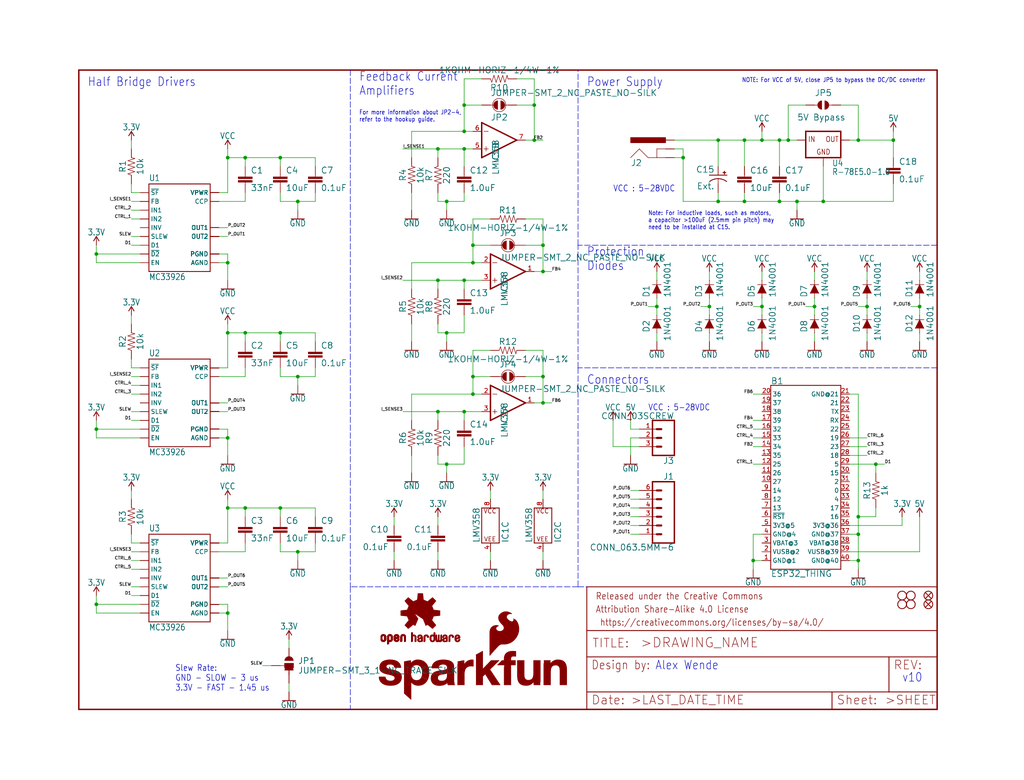
<source format=kicad_sch>
(kicad_sch (version 20211123) (generator eeschema)
  (paper "User" 297.002 226.263)
  (lib_symbols
    (symbol "eagleSchem-eagle-import:0.1UF-0603-100V-10%"
      (property "Reference" "C" (at 1.524 2.921 0))
      (property "Value" "0.1UF-0603-100V-10%" (at 1.524 -2.159 0))
      (symbol "0.1UF-0603-100V-10%_1_0"
        (pin passive line (at 0 5.08 270) (length 2.54) (name "1") (number "1"))
        (pin passive line (at 0 -2.54 90) (length 2.54) (name "2") (number "2"))
      )
    )
    (symbol "eagleSchem-eagle-import:1.0UF-0603-16V-10%"
      (property "Reference" "C" (at 1.524 2.921 0))
      (property "Value" "1.0UF-0603-16V-10%" (at 1.524 -2.159 0))
      (symbol "1.0UF-0603-16V-10%_1_0"
        (pin passive line (at 0 5.08 270) (length 2.54) (name "1") (number "1"))
        (pin passive line (at 0 -2.54 90) (length 2.54) (name "2") (number "2"))
      )
    )
    (symbol "eagleSchem-eagle-import:100UF-POLAR-RADIAL-2.5MM-25V-20%"
      (property "Reference" "C" (at 1.016 0.635 0))
      (property "Value" "100UF-POLAR-RADIAL-2.5MM-25V-20%" (at 1.016 -4.191 0))
      (symbol "100UF-POLAR-RADIAL-2.5MM-25V-20%_1_0"
        (pin passive line (at 0 2.54 270) (length 2.54) (name "+") (number "1"))
        (pin passive line (at 0 -5.08 90) (length 2.54) (name "-") (number "2"))
      )
    )
    (symbol "eagleSchem-eagle-import:10KOHM-0603-1{slash}10W-1%"
      (property "Reference" "R" (at 0 1.524 0))
      (property "Value" "10KOHM-0603-1{slash}10W-1%" (at 0 -1.524 0))
      (symbol "10KOHM-0603-1{slash}10W-1%_1_0"
        (pin passive line (at -5.08 0 0) (length 2.54) (name "1") (number "1"))
        (pin passive line (at 5.08 0 180) (length 2.54) (name "2") (number "2"))
      )
    )
    (symbol "eagleSchem-eagle-import:10UF-1210-50V-20%"
      (property "Reference" "C" (at 1.524 2.921 0))
      (property "Value" "10UF-1210-50V-20%" (at 1.524 -2.159 0))
      (symbol "10UF-1210-50V-20%_1_0"
        (pin passive line (at 0 5.08 270) (length 2.54) (name "1") (number "1"))
        (pin passive line (at 0 -2.54 90) (length 2.54) (name "2") (number "2"))
      )
    )
    (symbol "eagleSchem-eagle-import:1KOHM-0603-1{slash}10W-1%"
      (property "Reference" "R" (at 0 1.524 0))
      (property "Value" "1KOHM-0603-1{slash}10W-1%" (at 0 -1.524 0))
      (symbol "1KOHM-0603-1{slash}10W-1%_1_0"
        (pin passive line (at -5.08 0 0) (length 2.54) (name "1") (number "1"))
        (pin passive line (at 5.08 0 180) (length 2.54) (name "2") (number "2"))
      )
    )
    (symbol "eagleSchem-eagle-import:1KOHM-HORIZ-1{slash}4W-1%"
      (property "Reference" "R" (at 0 1.524 0))
      (property "Value" "1KOHM-HORIZ-1{slash}4W-1%" (at 0 -1.524 0))
      (symbol "1KOHM-HORIZ-1{slash}4W-1%_1_0"
        (pin passive line (at -5.08 0 0) (length 2.54) (name "1") (number "P$1"))
        (pin passive line (at 5.08 0 180) (length 2.54) (name "2") (number "P$2"))
      )
    )
    (symbol "eagleSchem-eagle-import:220OHM-0603-1{slash}10W-1%"
      (property "Reference" "R" (at 0 1.524 0))
      (property "Value" "220OHM-0603-1{slash}10W-1%" (at 0 -1.524 0))
      (symbol "220OHM-0603-1{slash}10W-1%_1_0"
        (pin passive line (at -5.08 0 0) (length 2.54) (name "1") (number "1"))
        (pin passive line (at 5.08 0 180) (length 2.54) (name "2") (number "2"))
      )
    )
    (symbol "eagleSchem-eagle-import:3.3V" (power)
      (property "Value" "3.3V" (at 0 2.794 0))
      (symbol "3.3V_1_0"
        (pin power_in line (at 0 0 90) (length 2.54) (name "3.3V") (number "1"))
      )
    )
    (symbol "eagleSchem-eagle-import:33NF-0603-50V-10%"
      (property "Reference" "C" (at 1.524 2.921 0))
      (property "Value" "33NF-0603-50V-10%" (at 1.524 -2.159 0))
      (symbol "33NF-0603-50V-10%_1_0"
        (pin passive line (at 0 5.08 270) (length 2.54) (name "1") (number "1"))
        (pin passive line (at 0 -2.54 90) (length 2.54) (name "2") (number "2"))
      )
    )
    (symbol "eagleSchem-eagle-import:5V" (power)
      (property "Value" "5V" (at 0 2.794 0))
      (symbol "5V_1_0"
        (pin power_in line (at 0 0 90) (length 2.54) (name "5V") (number "1"))
      )
    )
    (symbol "eagleSchem-eagle-import:CONN_03SCREW"
      (property "Reference" "J" (at -2.54 5.588 0))
      (property "Value" "CONN_03SCREW" (at -2.54 -7.366 0))
      (symbol "CONN_03SCREW_1_0"
        (pin passive line (at 7.62 -2.54 180) (length 5.08) (name "1") (number "1"))
        (pin passive line (at 7.62 0 180) (length 5.08) (name "2") (number "2"))
        (pin passive line (at 7.62 2.54 180) (length 5.08) (name "3") (number "3"))
      )
    )
    (symbol "eagleSchem-eagle-import:CONN_063.5MM-6"
      (property "Reference" "J" (at -5.08 10.668 0))
      (property "Value" "CONN_063.5MM-6" (at -5.08 -9.906 0))
      (symbol "CONN_063.5MM-6_1_0"
        (pin passive line (at 5.08 -5.08 180) (length 5.08) (name "1") (number "1"))
        (pin passive line (at 5.08 -2.54 180) (length 5.08) (name "2") (number "2"))
        (pin passive line (at 5.08 0 180) (length 5.08) (name "3") (number "3"))
        (pin passive line (at 5.08 2.54 180) (length 5.08) (name "4") (number "4"))
        (pin passive line (at 5.08 5.08 180) (length 5.08) (name "5") (number "5"))
        (pin passive line (at 5.08 7.62 180) (length 5.08) (name "6") (number "6"))
      )
    )
    (symbol "eagleSchem-eagle-import:DIODE-PTH"
      (property "Reference" "D" (at -2.54 2.032 0))
      (property "Value" "DIODE-PTH" (at -2.54 -2.032 0))
      (symbol "DIODE-PTH_1_0"
        (pin passive line (at -2.54 0 0) (length 0) (name "A") (number "A"))
        (pin passive line (at 2.54 0 180) (length 0) (name "C") (number "C"))
      )
    )
    (symbol "eagleSchem-eagle-import:ESP32_THING"
      (property "Reference" "B" (at -10.16 28.194 0))
      (property "Value" "ESP32_THING" (at -10.16 -25.654 0))
      (symbol "ESP32_THING_1_0"
        (pin bidirectional line (at -12.7 -22.86 0) (length 2.54) (name "GND@1") (number "1"))
        (pin bidirectional line (at -12.7 0 0) (length 2.54) (name "27") (number "10"))
        (pin bidirectional line (at -12.7 2.54 0) (length 2.54) (name "26") (number "11"))
        (pin bidirectional line (at -12.7 5.08 0) (length 2.54) (name "25") (number "12"))
        (pin bidirectional line (at -12.7 7.62 0) (length 2.54) (name "35") (number "13"))
        (pin bidirectional line (at -12.7 10.16 0) (length 2.54) (name "34") (number "14"))
        (pin bidirectional line (at -12.7 12.7 0) (length 2.54) (name "33") (number "15"))
        (pin bidirectional line (at -12.7 15.24 0) (length 2.54) (name "32") (number "16"))
        (pin bidirectional line (at -12.7 17.78 0) (length 2.54) (name "39") (number "17"))
        (pin bidirectional line (at -12.7 20.32 0) (length 2.54) (name "38") (number "18"))
        (pin bidirectional line (at -12.7 22.86 0) (length 2.54) (name "37") (number "19"))
        (pin bidirectional line (at -12.7 -20.32 0) (length 2.54) (name "VUSB@2") (number "2"))
        (pin bidirectional line (at -12.7 25.4 0) (length 2.54) (name "36") (number "20"))
        (pin bidirectional line (at 12.7 25.4 180) (length 2.54) (name "GND@21") (number "21"))
        (pin bidirectional line (at 12.7 22.86 180) (length 2.54) (name "21") (number "22"))
        (pin bidirectional line (at 12.7 20.32 180) (length 2.54) (name "TX") (number "23"))
        (pin bidirectional line (at 12.7 17.78 180) (length 2.54) (name "RX") (number "24"))
        (pin bidirectional line (at 12.7 15.24 180) (length 2.54) (name "22") (number "25"))
        (pin bidirectional line (at 12.7 12.7 180) (length 2.54) (name "19") (number "26"))
        (pin bidirectional line (at 12.7 10.16 180) (length 2.54) (name "23") (number "27"))
        (pin bidirectional line (at 12.7 7.62 180) (length 2.54) (name "18") (number "28"))
        (pin bidirectional line (at 12.7 5.08 180) (length 2.54) (name "5") (number "29"))
        (pin bidirectional line (at -12.7 -17.78 0) (length 2.54) (name "VBAT@3") (number "3"))
        (pin bidirectional line (at 12.7 2.54 180) (length 2.54) (name "15") (number "30"))
        (pin bidirectional line (at 12.7 0 180) (length 2.54) (name "2") (number "31"))
        (pin bidirectional line (at 12.7 -2.54 180) (length 2.54) (name "0") (number "32"))
        (pin bidirectional line (at 12.7 -5.08 180) (length 2.54) (name "4") (number "33"))
        (pin bidirectional line (at 12.7 -7.62 180) (length 2.54) (name "17") (number "34"))
        (pin bidirectional line (at 12.7 -10.16 180) (length 2.54) (name "16") (number "35"))
        (pin bidirectional line (at 12.7 -12.7 180) (length 2.54) (name "3V3@36") (number "36"))
        (pin bidirectional line (at 12.7 -15.24 180) (length 2.54) (name "GND@37") (number "37"))
        (pin bidirectional line (at 12.7 -17.78 180) (length 2.54) (name "VBAT@38") (number "38"))
        (pin bidirectional line (at 12.7 -20.32 180) (length 2.54) (name "VUSB@39") (number "39"))
        (pin bidirectional line (at -12.7 -15.24 0) (length 2.54) (name "GND@4") (number "4"))
        (pin bidirectional line (at 12.7 -22.86 180) (length 2.54) (name "GND@40") (number "40"))
        (pin bidirectional line (at -12.7 -12.7 0) (length 2.54) (name "3V3@5") (number "5"))
        (pin bidirectional line (at -12.7 -10.16 0) (length 2.54) (name "~{RST}") (number "6"))
        (pin bidirectional line (at -12.7 -7.62 0) (length 2.54) (name "13") (number "7"))
        (pin bidirectional line (at -12.7 -5.08 0) (length 2.54) (name "12") (number "8"))
        (pin bidirectional line (at -12.7 -2.54 0) (length 2.54) (name "14") (number "9"))
      )
    )
    (symbol "eagleSchem-eagle-import:FIDUCIALUFIDUCIAL")
    (symbol "eagleSchem-eagle-import:FRAME-LETTER"
      (symbol "FRAME-LETTER_2_0"
        (text " https://creativecommons.org/licenses/by-sa/4.0/" (at 2.54 24.13 0) (effects (font (size 1.9304 1.6408)) (justify left bottom)))
        (text ">DRAWING_NAME" (at 15.494 17.78 0) (effects (font (size 2.7432 2.7432)) (justify left bottom)))
        (text ">LAST_DATE_TIME" (at 12.7 1.27 0) (effects (font (size 2.54 2.54)) (justify left bottom)))
        (text ">SHEET" (at 86.36 1.27 0) (effects (font (size 2.54 2.54)) (justify left bottom)))
        (text "Attribution Share-Alike 4.0 License" (at 2.54 27.94 0) (effects (font (size 1.9304 1.6408)) (justify left bottom)))
        (text "Date:" (at 1.27 1.27 0) (effects (font (size 2.54 2.54)) (justify left bottom)))
        (text "Design by:" (at 1.27 11.43 0) (effects (font (size 2.54 2.159)) (justify left bottom)))
        (text "Released under the Creative Commons" (at 2.54 31.75 0) (effects (font (size 1.9304 1.6408)) (justify left bottom)))
        (text "REV:" (at 88.9 11.43 0) (effects (font (size 2.54 2.54)) (justify left bottom)))
        (text "Sheet:" (at 72.39 1.27 0) (effects (font (size 2.54 2.54)) (justify left bottom)))
        (text "TITLE:" (at 1.524 17.78 0) (effects (font (size 2.54 2.54)) (justify left bottom)))
      )
    )
    (symbol "eagleSchem-eagle-import:GND" (power)
      (property "Value" "GND" (at 0 -0.254 0))
      (symbol "GND_1_0"
        (pin power_in line (at 0 2.54 270) (length 2.54) (name "GND") (number "1"))
      )
    )
    (symbol "eagleSchem-eagle-import:JUMPER-SMT_2_NC_PASTE_NO-SILK"
      (property "Reference" "JP" (at -2.54 2.54 0))
      (property "Value" "JUMPER-SMT_2_NC_PASTE_NO-SILK" (at -2.54 -2.54 0))
      (symbol "JUMPER-SMT_2_NC_PASTE_NO-SILK_1_0"
        (pin passive line (at -5.08 0 0) (length 2.54) (name "1") (number "1"))
        (pin passive line (at 5.08 0 180) (length 2.54) (name "2") (number "2"))
      )
    )
    (symbol "eagleSchem-eagle-import:JUMPER-SMT_2_NO_SILK"
      (property "Reference" "JP" (at -2.54 2.54 0))
      (property "Value" "JUMPER-SMT_2_NO_SILK" (at -2.54 -2.54 0))
      (symbol "JUMPER-SMT_2_NO_SILK_1_0"
        (pin passive line (at -5.08 0 0) (length 2.54) (name "1") (number "1"))
        (pin passive line (at 5.08 0 180) (length 2.54) (name "2") (number "2"))
      )
    )
    (symbol "eagleSchem-eagle-import:JUMPER-SMT_3_1-NC_TRACE_SILK"
      (property "Reference" "JP" (at 2.54 0.381 0))
      (property "Value" "JUMPER-SMT_3_1-NC_TRACE_SILK" (at 2.54 -0.381 0))
      (symbol "JUMPER-SMT_3_1-NC_TRACE_SILK_1_0"
        (pin passive line (at 0 5.08 270) (length 2.54) (name "1") (number "1"))
        (pin passive line (at -5.08 0 0) (length 2.54) (name "2") (number "2"))
        (pin passive line (at 0 -5.08 90) (length 2.54) (name "3") (number "3"))
      )
    )
    (symbol "eagleSchem-eagle-import:MC33926"
      (property "Reference" "U" (at -7.62 13.462 0))
      (property "Value" "MC33926" (at -7.62 -15.24 0))
      (symbol "MC33926_1_0"
        (pin bidirectional line (at -10.16 2.54 0) (length 2.54) (name "IN2") (number "P$1"))
        (pin bidirectional line (at -10.16 -10.16 0) (length 2.54) (name "EN") (number "P$10"))
        (pin bidirectional line (at 12.7 10.16 180) (length 2.54) (name "VPWR") (number "P$11"))
        (pin bidirectional line (at 12.7 0 180) (length 2.54) (name "OUT1") (number "P$12"))
        (pin bidirectional line (at 12.7 0 180) (length 2.54) (name "OUT1") (number "P$13"))
        (pin bidirectional line (at 12.7 0 180) (length 2.54) (name "OUT1") (number "P$14"))
        (pin bidirectional line (at 12.7 0 180) (length 2.54) (name "OUT1") (number "P$15"))
        (pin bidirectional line (at -10.16 -7.62 0) (length 2.54) (name "~{D2}") (number "P$16"))
        (pin bidirectional line (at 12.7 -7.62 180) (length 2.54) (name "PGND") (number "P$18"))
        (pin bidirectional line (at 12.7 -7.62 180) (length 2.54) (name "PGND") (number "P$19"))
        (pin bidirectional line (at -10.16 5.08 0) (length 2.54) (name "IN1") (number "P$2"))
        (pin bidirectional line (at 12.7 -7.62 180) (length 2.54) (name "PGND") (number "P$20"))
        (pin bidirectional line (at -10.16 10.16 0) (length 2.54) (name "~{SF}") (number "P$21"))
        (pin bidirectional line (at 12.7 -7.62 180) (length 2.54) (name "PGND") (number "P$22"))
        (pin bidirectional line (at 12.7 -7.62 180) (length 2.54) (name "PGND") (number "P$23"))
        (pin bidirectional line (at 12.7 -7.62 180) (length 2.54) (name "PGND") (number "P$24"))
        (pin bidirectional line (at -10.16 -5.08 0) (length 2.54) (name "D1") (number "P$26"))
        (pin bidirectional line (at 12.7 -2.54 180) (length 2.54) (name "OUT2") (number "P$27"))
        (pin bidirectional line (at 12.7 -2.54 180) (length 2.54) (name "OUT2") (number "P$28"))
        (pin bidirectional line (at 12.7 -2.54 180) (length 2.54) (name "OUT2") (number "P$29"))
        (pin bidirectional line (at -10.16 -2.54 0) (length 2.54) (name "SLEW") (number "P$3"))
        (pin bidirectional line (at 12.7 -2.54 180) (length 2.54) (name "OUT2") (number "P$30"))
        (pin bidirectional line (at 12.7 10.16 180) (length 2.54) (name "VPWR") (number "P$31"))
        (pin bidirectional line (at 12.7 7.62 180) (length 2.54) (name "CCP") (number "P$32"))
        (pin bidirectional line (at 12.7 -10.16 180) (length 2.54) (name "AGND") (number "P$33"))
        (pin bidirectional line (at 12.7 10.16 180) (length 2.54) (name "VPWR") (number "P$4"))
        (pin bidirectional line (at 12.7 -10.16 180) (length 2.54) (name "AGND") (number "P$5"))
        (pin bidirectional line (at 12.7 10.16 180) (length 2.54) (name "VPWR") (number "P$6"))
        (pin bidirectional line (at -10.16 0 0) (length 2.54) (name "INV") (number "P$7"))
        (pin bidirectional line (at -10.16 7.62 0) (length 2.54) (name "FB") (number "P$8"))
      )
    )
    (symbol "eagleSchem-eagle-import:OPAMP-DUALU"
      (property "Reference" "IC" (at -3.302 -5.08 90))
      (property "Value" "OPAMP-DUALU" (at 5.08 -5.08 90))
      (symbol "OPAMP-DUALU_1_0"
        (pin output line (at 7.62 0 180) (length 2.54) (name "OUT") (number "1"))
        (pin input line (at -7.62 2.54 0) (length 2.54) (name "-IN") (number "2"))
        (pin input line (at -7.62 -2.54 0) (length 2.54) (name "+IN") (number "3"))
      )
      (symbol "OPAMP-DUALU_2_0"
        (pin input line (at -7.62 -2.54 0) (length 2.54) (name "+IN") (number "5"))
        (pin input line (at -7.62 2.54 0) (length 2.54) (name "-IN") (number "6"))
        (pin output line (at 7.62 0 180) (length 2.54) (name "OUT") (number "7"))
      )
      (symbol "OPAMP-DUALU_3_0"
        (text "VCC" (at 0.127 3.429 0) (effects (font (size 1.27 1.27)) (justify bottom)))
        (text "VEE" (at 0.127 -4.699 0) (effects (font (size 1.27 1.27)) (justify bottom)))
        (pin bidirectional line (at 0 -7.62 90) (length 2.54) (name "P$V-") (number "4"))
        (pin bidirectional line (at 0 7.62 270) (length 2.54) (name "P$V+") (number "8"))
      )
    )
    (symbol "eagleSchem-eagle-import:OSHW-LOGOM")
    (symbol "eagleSchem-eagle-import:POWER_JACKPTH_LOCK"
      (property "Reference" "J" (at -10.16 0 0))
      (property "Value" "POWER_JACKPTH_LOCK" (at -10.16 10.16 0))
      (symbol "POWER_JACKPTH_LOCK_1_0"
        (pin bidirectional line (at 2.54 2.54 180) (length 2.54) (name "GND") (number "GND"))
        (pin bidirectional line (at 2.54 5.08 180) (length 2.54) (name "GNDBREAK") (number "GNDBREAK"))
        (pin bidirectional line (at 2.54 7.62 180) (length 2.54) (name "PWR") (number "PWR"))
      )
    )
    (symbol "eagleSchem-eagle-import:R-78E5.0-1.0"
      (property "Reference" "U" (at 2.54 -7.62 0))
      (property "Value" "R-78E5.0-1.0" (at 2.54 -10.16 0))
      (symbol "R-78E5.0-1.0_1_0"
        (text "GND" (at -2.032 -4.318 0) (effects (font (size 1.524 1.2954)) (justify left bottom)))
        (text "IN" (at -4.445 -0.635 0) (effects (font (size 1.524 1.2954)) (justify left bottom)))
        (text "OUT" (at 0.635 -0.635 0) (effects (font (size 1.524 1.2954)) (justify left bottom)))
        (pin input line (at 0 -7.62 90) (length 2.54) (name "GND") (number "GND"))
        (pin input line (at -7.62 0 0) (length 2.54) (name "IN") (number "VIN"))
        (pin passive line (at 7.62 0 180) (length 2.54) (name "OUT") (number "VOUT"))
      )
    )
    (symbol "eagleSchem-eagle-import:SFE_LOGO_NAME_FLAME.2_INCH")
    (symbol "eagleSchem-eagle-import:STAND-OFF")
    (symbol "eagleSchem-eagle-import:VCC" (power)
      (property "Value" "VCC" (at 0 2.794 0))
      (symbol "VCC_1_0"
        (pin power_in line (at 0 0 90) (length 2.54) (name "VCC") (number "1"))
      )
    )
  )
  (junction (at 71.12 45.72))
  (junction (at 154.94 30.48))
  (junction (at 137.16 109.22))
  (junction (at 71.12 147.32))
  (junction (at 137.16 114.3))
  (junction (at 134.62 30.48))
  (junction (at 228.6 40.64))
  (junction (at 127 81.28))
  (junction (at 81.28 147.32))
  (junction (at 205.74 88.9))
  (junction (at 236.22 88.9))
  (junction (at 86.36 160.02))
  (junction (at 254 134.62))
  (junction (at 208.28 40.64))
  (junction (at 190.5 88.9))
  (junction (at 215.9 40.64))
  (junction (at 66.04 127))
  (junction (at 157.48 116.84))
  (junction (at 137.16 71.12))
  (junction (at 220.98 40.64))
  (junction (at 66.04 177.8))
  (junction (at 226.06 58.42))
  (junction (at 259.08 40.64))
  (junction (at 134.62 43.18))
  (junction (at 66.04 76.2))
  (junction (at 27.94 175.26))
  (junction (at 157.48 109.22))
  (junction (at 220.98 88.9))
  (junction (at 134.62 119.38))
  (junction (at 266.7 88.9))
  (junction (at 248.92 149.86))
  (junction (at 248.92 154.94))
  (junction (at 154.94 40.64))
  (junction (at 81.28 45.72))
  (junction (at 127 43.18))
  (junction (at 27.94 73.66))
  (junction (at 215.9 58.42))
  (junction (at 134.62 38.1))
  (junction (at 157.48 78.74))
  (junction (at 81.28 96.52))
  (junction (at 86.36 58.42))
  (junction (at 66.04 45.72))
  (junction (at 218.44 162.56))
  (junction (at 129.54 134.62))
  (junction (at 238.76 58.42))
  (junction (at 134.62 81.28))
  (junction (at 66.04 147.32))
  (junction (at 66.04 96.52))
  (junction (at 248.92 40.64))
  (junction (at 157.48 71.12))
  (junction (at 129.54 96.52))
  (junction (at 251.46 88.9))
  (junction (at 248.92 162.56))
  (junction (at 86.36 109.22))
  (junction (at 231.14 58.42))
  (junction (at 127 119.38))
  (junction (at 226.06 40.64))
  (junction (at 208.28 58.42))
  (junction (at 137.16 76.2))
  (junction (at 27.94 124.46))
  (junction (at 198.12 45.72))
  (junction (at 129.54 58.42))
  (junction (at 71.12 96.52))
  (wire (pts (xy 27.94 76.2) (xy 27.94 73.66)))
  (wire (pts (xy 63.5 119.38) (xy 66.04 119.38)))
  (wire (pts (xy 40.64 114.3) (xy 38.1 114.3)))
  (wire (pts (xy 137.16 76.2) (xy 139.7 76.2)))
  (wire (pts (xy 220.98 88.9) (xy 218.44 88.9)))
  (wire (pts (xy 198.12 45.72) (xy 198.12 58.42)))
  (wire (pts (xy 63.5 157.48) (xy 66.04 157.48)))
  (wire (pts (xy 246.38 127) (xy 251.46 127)))
  (wire (pts (xy 254 134.62) (xy 256.54 134.62)))
  (wire (pts (xy 157.48 78.74) (xy 160.02 78.74)))
  (wire (pts (xy 91.44 96.52) (xy 91.44 99.06)))
  (wire (pts (xy 66.04 124.46) (xy 66.04 127)))
  (wire (pts (xy 205.74 96.52) (xy 205.74 99.06)))
  (wire (pts (xy 220.98 154.94) (xy 218.44 154.94)))
  (polyline (pts (xy 101.6 20.32) (xy 101.6 170.18)))
  (wire (pts (xy 142.24 160.02) (xy 142.24 162.56)))
  (polyline (pts (xy 167.64 170.18) (xy 101.6 170.18)))
  (wire (pts (xy 134.62 81.28) (xy 134.62 83.82)))
  (wire (pts (xy 71.12 96.52) (xy 81.28 96.52)))
  (wire (pts (xy 63.5 116.84) (xy 66.04 116.84)))
  (wire (pts (xy 63.5 170.18) (xy 66.04 170.18)))
  (wire (pts (xy 38.1 157.48) (xy 38.1 154.94)))
  (wire (pts (xy 137.16 114.3) (xy 119.38 114.3)))
  (wire (pts (xy 119.38 38.1) (xy 119.38 45.72)))
  (wire (pts (xy 40.64 124.46) (xy 27.94 124.46)))
  (wire (pts (xy 220.98 121.92) (xy 218.44 121.92)))
  (wire (pts (xy 157.48 71.12) (xy 152.4 71.12)))
  (wire (pts (xy 40.64 106.68) (xy 38.1 106.68)))
  (wire (pts (xy 139.7 30.48) (xy 134.62 30.48)))
  (wire (pts (xy 182.88 127) (xy 182.88 132.08)))
  (wire (pts (xy 40.64 127) (xy 27.94 127)))
  (wire (pts (xy 218.44 162.56) (xy 218.44 165.1)))
  (wire (pts (xy 127 43.18) (xy 134.62 43.18)))
  (wire (pts (xy 205.74 86.36) (xy 205.74 88.9)))
  (polyline (pts (xy 167.64 71.12) (xy 167.64 20.32)))
  (wire (pts (xy 40.64 55.88) (xy 38.1 55.88)))
  (wire (pts (xy 185.42 149.86) (xy 182.88 149.86)))
  (wire (pts (xy 40.64 160.02) (xy 38.1 160.02)))
  (wire (pts (xy 137.16 101.6) (xy 137.16 109.22)))
  (wire (pts (xy 205.74 78.74) (xy 205.74 81.28)))
  (wire (pts (xy 248.92 162.56) (xy 248.92 165.1)))
  (wire (pts (xy 157.48 78.74) (xy 157.48 71.12)))
  (wire (pts (xy 251.46 88.9) (xy 248.92 88.9)))
  (wire (pts (xy 27.94 175.26) (xy 27.94 172.72)))
  (wire (pts (xy 86.36 58.42) (xy 86.36 60.96)))
  (wire (pts (xy 40.64 58.42) (xy 38.1 58.42)))
  (wire (pts (xy 63.5 175.26) (xy 66.04 175.26)))
  (wire (pts (xy 266.7 88.9) (xy 266.7 91.44)))
  (wire (pts (xy 63.5 73.66) (xy 66.04 73.66)))
  (wire (pts (xy 91.44 147.32) (xy 91.44 149.86)))
  (wire (pts (xy 71.12 147.32) (xy 81.28 147.32)))
  (wire (pts (xy 114.3 160.02) (xy 114.3 162.56)))
  (wire (pts (xy 71.12 109.22) (xy 71.12 106.68)))
  (wire (pts (xy 116.84 119.38) (xy 127 119.38)))
  (wire (pts (xy 134.62 129.54) (xy 134.62 134.62)))
  (wire (pts (xy 134.62 38.1) (xy 119.38 38.1)))
  (wire (pts (xy 63.5 55.88) (xy 66.04 55.88)))
  (wire (pts (xy 83.82 198.12) (xy 83.82 200.66)))
  (wire (pts (xy 248.92 30.48) (xy 248.92 40.64)))
  (wire (pts (xy 40.64 121.92) (xy 38.1 121.92)))
  (wire (pts (xy 215.9 58.42) (xy 215.9 55.88)))
  (wire (pts (xy 157.48 160.02) (xy 157.48 162.56)))
  (wire (pts (xy 78.74 193.04) (xy 76.2 193.04)))
  (wire (pts (xy 220.98 78.74) (xy 220.98 81.28)))
  (wire (pts (xy 38.1 106.68) (xy 38.1 104.14)))
  (wire (pts (xy 91.44 106.68) (xy 91.44 109.22)))
  (wire (pts (xy 66.04 96.52) (xy 66.04 93.98)))
  (wire (pts (xy 40.64 177.8) (xy 27.94 177.8)))
  (wire (pts (xy 152.4 101.6) (xy 157.48 101.6)))
  (wire (pts (xy 149.86 30.48) (xy 154.94 30.48)))
  (wire (pts (xy 157.48 63.5) (xy 157.48 71.12)))
  (wire (pts (xy 190.5 86.36) (xy 190.5 88.9)))
  (wire (pts (xy 40.64 73.66) (xy 27.94 73.66)))
  (wire (pts (xy 157.48 142.24) (xy 157.48 144.78)))
  (wire (pts (xy 129.54 134.62) (xy 129.54 137.16)))
  (wire (pts (xy 154.94 40.64) (xy 157.48 40.64)))
  (wire (pts (xy 231.14 58.42) (xy 238.76 58.42)))
  (polyline (pts (xy 271.78 106.68) (xy 167.64 106.68)))
  (wire (pts (xy 71.12 99.06) (xy 71.12 96.52)))
  (wire (pts (xy 261.62 152.4) (xy 261.62 149.86)))
  (wire (pts (xy 246.38 152.4) (xy 261.62 152.4)))
  (wire (pts (xy 266.7 86.36) (xy 266.7 88.9)))
  (wire (pts (xy 81.28 109.22) (xy 81.28 106.68)))
  (wire (pts (xy 127 121.92) (xy 127 119.38)))
  (wire (pts (xy 119.38 114.3) (xy 119.38 121.92)))
  (wire (pts (xy 40.64 162.56) (xy 38.1 162.56)))
  (wire (pts (xy 81.28 96.52) (xy 91.44 96.52)))
  (wire (pts (xy 248.92 149.86) (xy 248.92 154.94)))
  (wire (pts (xy 233.68 30.48) (xy 228.6 30.48)))
  (wire (pts (xy 266.7 160.02) (xy 266.7 149.86)))
  (wire (pts (xy 27.94 73.66) (xy 27.94 71.12)))
  (wire (pts (xy 129.54 134.62) (xy 127 134.62)))
  (wire (pts (xy 81.28 160.02) (xy 81.28 157.48)))
  (wire (pts (xy 86.36 160.02) (xy 86.36 162.56)))
  (wire (pts (xy 208.28 40.64) (xy 195.58 40.64)))
  (wire (pts (xy 215.9 40.64) (xy 208.28 40.64)))
  (wire (pts (xy 228.6 40.64) (xy 226.06 40.64)))
  (wire (pts (xy 246.38 40.64) (xy 248.92 40.64)))
  (wire (pts (xy 63.5 160.02) (xy 71.12 160.02)))
  (wire (pts (xy 208.28 55.88) (xy 208.28 58.42)))
  (wire (pts (xy 220.98 96.52) (xy 220.98 99.06)))
  (wire (pts (xy 134.62 22.86) (xy 134.62 30.48)))
  (wire (pts (xy 198.12 43.18) (xy 198.12 45.72)))
  (wire (pts (xy 236.22 88.9) (xy 233.68 88.9)))
  (wire (pts (xy 142.24 109.22) (xy 137.16 109.22)))
  (wire (pts (xy 63.5 109.22) (xy 71.12 109.22)))
  (wire (pts (xy 134.62 58.42) (xy 129.54 58.42)))
  (wire (pts (xy 185.42 127) (xy 182.88 127)))
  (wire (pts (xy 66.04 45.72) (xy 66.04 43.18)))
  (wire (pts (xy 81.28 45.72) (xy 91.44 45.72)))
  (wire (pts (xy 254 147.32) (xy 254 149.86)))
  (wire (pts (xy 142.24 63.5) (xy 137.16 63.5)))
  (wire (pts (xy 127 83.82) (xy 127 81.28)))
  (wire (pts (xy 220.98 129.54) (xy 218.44 129.54)))
  (wire (pts (xy 134.62 119.38) (xy 139.7 119.38)))
  (wire (pts (xy 185.42 152.4) (xy 182.88 152.4)))
  (wire (pts (xy 119.38 93.98) (xy 119.38 99.06)))
  (wire (pts (xy 40.64 157.48) (xy 38.1 157.48)))
  (wire (pts (xy 220.98 86.36) (xy 220.98 88.9)))
  (wire (pts (xy 220.98 134.62) (xy 218.44 134.62)))
  (wire (pts (xy 220.98 40.64) (xy 215.9 40.64)))
  (wire (pts (xy 91.44 109.22) (xy 86.36 109.22)))
  (wire (pts (xy 185.42 142.24) (xy 182.88 142.24)))
  (wire (pts (xy 226.06 48.26) (xy 226.06 40.64)))
  (wire (pts (xy 259.08 53.34) (xy 259.08 58.42)))
  (wire (pts (xy 119.38 76.2) (xy 119.38 83.82)))
  (wire (pts (xy 119.38 132.08) (xy 119.38 137.16)))
  (wire (pts (xy 154.94 78.74) (xy 157.48 78.74)))
  (wire (pts (xy 246.38 132.08) (xy 251.46 132.08)))
  (wire (pts (xy 40.64 109.22) (xy 38.1 109.22)))
  (wire (pts (xy 71.12 45.72) (xy 66.04 45.72)))
  (wire (pts (xy 127 81.28) (xy 116.84 81.28)))
  (wire (pts (xy 226.06 40.64) (xy 220.98 40.64)))
  (wire (pts (xy 205.74 88.9) (xy 205.74 91.44)))
  (wire (pts (xy 134.62 81.28) (xy 139.7 81.28)))
  (wire (pts (xy 220.98 127) (xy 218.44 127)))
  (wire (pts (xy 185.42 124.46) (xy 182.88 124.46)))
  (wire (pts (xy 86.36 109.22) (xy 81.28 109.22)))
  (wire (pts (xy 220.98 38.1) (xy 220.98 40.64)))
  (wire (pts (xy 190.5 88.9) (xy 187.96 88.9)))
  (wire (pts (xy 27.94 177.8) (xy 27.94 175.26)))
  (wire (pts (xy 157.48 116.84) (xy 160.02 116.84)))
  (wire (pts (xy 142.24 101.6) (xy 137.16 101.6)))
  (wire (pts (xy 185.42 129.54) (xy 177.8 129.54)))
  (wire (pts (xy 134.62 91.44) (xy 134.62 96.52)))
  (wire (pts (xy 259.08 40.64) (xy 259.08 45.72)))
  (wire (pts (xy 86.36 109.22) (xy 86.36 111.76)))
  (wire (pts (xy 215.9 58.42) (xy 226.06 58.42)))
  (polyline (pts (xy 167.64 170.18) (xy 170.18 170.18)))
  (wire (pts (xy 177.8 129.54) (xy 177.8 121.92)))
  (wire (pts (xy 63.5 106.68) (xy 66.04 106.68)))
  (wire (pts (xy 81.28 147.32) (xy 81.28 149.86)))
  (wire (pts (xy 127 58.42) (xy 127 55.88)))
  (wire (pts (xy 134.62 30.48) (xy 134.62 38.1)))
  (wire (pts (xy 190.5 96.52) (xy 190.5 99.06)))
  (wire (pts (xy 157.48 101.6) (xy 157.48 109.22)))
  (wire (pts (xy 248.92 114.3) (xy 248.92 149.86)))
  (wire (pts (xy 152.4 63.5) (xy 157.48 63.5)))
  (wire (pts (xy 238.76 58.42) (xy 259.08 58.42)))
  (wire (pts (xy 91.44 58.42) (xy 86.36 58.42)))
  (wire (pts (xy 236.22 88.9) (xy 236.22 91.44)))
  (wire (pts (xy 66.04 127) (xy 66.04 132.08)))
  (wire (pts (xy 254 149.86) (xy 248.92 149.86)))
  (wire (pts (xy 71.12 149.86) (xy 71.12 147.32)))
  (wire (pts (xy 66.04 175.26) (xy 66.04 177.8)))
  (wire (pts (xy 208.28 48.26) (xy 208.28 40.64)))
  (wire (pts (xy 127 119.38) (xy 134.62 119.38)))
  (wire (pts (xy 251.46 86.36) (xy 251.46 88.9)))
  (wire (pts (xy 254 137.16) (xy 254 134.62)))
  (wire (pts (xy 243.84 30.48) (xy 248.92 30.48)))
  (wire (pts (xy 71.12 96.52) (xy 66.04 96.52)))
  (wire (pts (xy 154.94 22.86) (xy 154.94 30.48)))
  (wire (pts (xy 139.7 22.86) (xy 134.62 22.86)))
  (wire (pts (xy 228.6 30.48) (xy 228.6 40.64)))
  (wire (pts (xy 66.04 73.66) (xy 66.04 76.2)))
  (wire (pts (xy 238.76 48.26) (xy 238.76 58.42)))
  (wire (pts (xy 149.86 22.86) (xy 154.94 22.86)))
  (wire (pts (xy 91.44 157.48) (xy 91.44 160.02)))
  (wire (pts (xy 208.28 58.42) (xy 198.12 58.42)))
  (wire (pts (xy 40.64 175.26) (xy 27.94 175.26)))
  (wire (pts (xy 236.22 86.36) (xy 236.22 88.9)))
  (wire (pts (xy 134.62 43.18) (xy 134.62 48.26)))
  (wire (pts (xy 205.74 88.9) (xy 203.2 88.9)))
  (wire (pts (xy 226.06 58.42) (xy 231.14 58.42)))
  (wire (pts (xy 157.48 116.84) (xy 157.48 109.22)))
  (wire (pts (xy 220.98 114.3) (xy 218.44 114.3)))
  (wire (pts (xy 86.36 58.42) (xy 81.28 58.42)))
  (wire (pts (xy 142.24 142.24) (xy 142.24 144.78)))
  (wire (pts (xy 71.12 147.32) (xy 66.04 147.32)))
  (wire (pts (xy 129.54 96.52) (xy 129.54 99.06)))
  (wire (pts (xy 137.16 76.2) (xy 119.38 76.2)))
  (wire (pts (xy 66.04 157.48) (xy 66.04 147.32)))
  (wire (pts (xy 40.64 172.72) (xy 38.1 172.72)))
  (wire (pts (xy 129.54 96.52) (xy 127 96.52)))
  (wire (pts (xy 246.38 160.02) (xy 266.7 160.02)))
  (wire (pts (xy 63.5 68.58) (xy 66.04 68.58)))
  (wire (pts (xy 154.94 30.48) (xy 154.94 40.64)))
  (wire (pts (xy 40.64 71.12) (xy 38.1 71.12)))
  (wire (pts (xy 40.64 60.96) (xy 38.1 60.96)))
  (wire (pts (xy 266.7 88.9) (xy 264.16 88.9)))
  (polyline (pts (xy 167.64 106.68) (xy 167.64 71.12)))
  (wire (pts (xy 40.64 68.58) (xy 38.1 68.58)))
  (wire (pts (xy 185.42 144.78) (xy 182.88 144.78)))
  (wire (pts (xy 63.5 177.8) (xy 66.04 177.8)))
  (wire (pts (xy 231.14 40.64) (xy 228.6 40.64)))
  (wire (pts (xy 137.16 71.12) (xy 137.16 76.2)))
  (wire (pts (xy 185.42 154.94) (xy 182.88 154.94)))
  (wire (pts (xy 40.64 76.2) (xy 27.94 76.2)))
  (wire (pts (xy 195.58 43.18) (xy 198.12 43.18)))
  (wire (pts (xy 127 152.4) (xy 127 149.86)))
  (wire (pts (xy 259.08 38.1) (xy 259.08 40.64)))
  (wire (pts (xy 83.82 187.96) (xy 83.82 185.42)))
  (wire (pts (xy 127 134.62) (xy 127 132.08)))
  (wire (pts (xy 220.98 88.9) (xy 220.98 91.44)))
  (wire (pts (xy 266.7 96.52) (xy 266.7 99.06)))
  (wire (pts (xy 63.5 58.42) (xy 71.12 58.42)))
  (wire (pts (xy 71.12 45.72) (xy 81.28 45.72)))
  (wire (pts (xy 157.48 109.22) (xy 152.4 109.22)))
  (wire (pts (xy 63.5 66.04) (xy 66.04 66.04)))
  (wire (pts (xy 198.12 45.72) (xy 195.58 45.72)))
  (wire (pts (xy 248.92 40.64) (xy 259.08 40.64)))
  (wire (pts (xy 246.38 162.56) (xy 248.92 162.56)))
  (wire (pts (xy 236.22 78.74) (xy 236.22 81.28)))
  (polyline (pts (xy 271.78 71.12) (xy 167.64 71.12)))
  (wire (pts (xy 71.12 160.02) (xy 71.12 157.48)))
  (wire (pts (xy 137.16 114.3) (xy 139.7 114.3)))
  (wire (pts (xy 66.04 76.2) (xy 66.04 81.28)))
  (wire (pts (xy 40.64 63.5) (xy 38.1 63.5)))
  (wire (pts (xy 226.06 58.42) (xy 226.06 55.88)))
  (wire (pts (xy 81.28 96.52) (xy 81.28 99.06)))
  (wire (pts (xy 27.94 124.46) (xy 27.94 121.92)))
  (wire (pts (xy 251.46 88.9) (xy 251.46 91.44)))
  (wire (pts (xy 236.22 96.52) (xy 236.22 99.06)))
  (wire (pts (xy 246.38 129.54) (xy 251.46 129.54)))
  (wire (pts (xy 134.62 55.88) (xy 134.62 58.42)))
  (wire (pts (xy 38.1 55.88) (xy 38.1 53.34)))
  (wire (pts (xy 266.7 78.74) (xy 266.7 81.28)))
  (wire (pts (xy 127 45.72) (xy 127 43.18)))
  (wire (pts (xy 40.64 111.76) (xy 38.1 111.76)))
  (wire (pts (xy 220.98 162.56) (xy 218.44 162.56)))
  (wire (pts (xy 134.62 134.62) (xy 129.54 134.62)))
  (wire (pts (xy 40.64 119.38) (xy 38.1 119.38)))
  (wire (pts (xy 137.16 63.5) (xy 137.16 71.12)))
  (wire (pts (xy 71.12 58.42) (xy 71.12 55.88)))
  (wire (pts (xy 91.44 45.72) (xy 91.44 48.26)))
  (wire (pts (xy 38.1 144.78) (xy 38.1 142.24)))
  (wire (pts (xy 154.94 40.64) (xy 152.4 40.64)))
  (wire (pts (xy 40.64 165.1) (xy 38.1 165.1)))
  (wire (pts (xy 63.5 127) (xy 66.04 127)))
  (wire (pts (xy 246.38 134.62) (xy 254 134.62)))
  (wire (pts (xy 86.36 160.02) (xy 81.28 160.02)))
  (wire (pts (xy 251.46 96.52) (xy 251.46 99.06)))
  (wire (pts (xy 134.62 96.52) (xy 129.54 96.52)))
  (wire (pts (xy 127 96.52) (xy 127 93.98)))
  (wire (pts (xy 38.1 43.18) (xy 38.1 40.64)))
  (wire (pts (xy 137.16 38.1) (xy 134.62 38.1)))
  (polyline (pts (xy 167.64 106.68) (xy 167.64 170.18)))
  (wire (pts (xy 114.3 152.4) (xy 114.3 149.86)))
  (wire (pts (xy 116.84 43.18) (xy 127 43.18)))
  (wire (pts (xy 127 160.02) (xy 127 162.56)))
  (wire (pts (xy 63.5 76.2) (xy 66.04 76.2)))
  (wire (pts (xy 190.5 88.9) (xy 190.5 91.44)))
  (wire (pts (xy 220.98 124.46) (xy 218.44 124.46)))
  (wire (pts (xy 66.04 147.32) (xy 66.04 144.78)))
  (wire (pts (xy 246.38 114.3) (xy 248.92 114.3)))
  (wire (pts (xy 63.5 167.64) (xy 66.04 167.64)))
  (wire (pts (xy 127 81.28) (xy 134.62 81.28)))
  (wire (pts (xy 190.5 78.74) (xy 190.5 81.28)))
  (wire (pts (xy 215.9 58.42) (xy 208.28 58.42)))
  (wire (pts (xy 91.44 160.02) (xy 86.36 160.02)))
  (wire (pts (xy 119.38 55.88) (xy 119.38 60.96)))
  (wire (pts (xy 137.16 109.22) (xy 137.16 114.3)))
  (wire (pts (xy 40.64 170.18) (xy 38.1 170.18)))
  (wire (pts (xy 81.28 45.72) (xy 81.28 48.26)))
  (polyline (pts (xy 101.6 170.18) (xy 101.6 205.74)))
  (wire (pts (xy 66.04 55.88) (xy 66.04 45.72)))
  (wire (pts (xy 91.44 55.88) (xy 91.44 58.42)))
  (wire (pts (xy 185.42 147.32) (xy 182.88 147.32)))
  (wire (pts (xy 134.62 43.18) (xy 137.16 43.18)))
  (wire (pts (xy 63.5 124.46) (xy 66.04 124.46)))
  (wire (pts (xy 27.94 127) (xy 27.94 124.46)))
  (wire (pts (xy 66.04 106.68) (xy 66.04 96.52)))
  (wire (pts (xy 129.54 58.42) (xy 129.54 60.96)))
  (wire (pts (xy 81.28 58.42) (xy 81.28 55.88)))
  (wire (pts (xy 142.24 71.12) (xy 137.16 71.12)))
  (wire (pts (xy 251.46 78.74) (xy 251.46 81.28)))
  (wire (pts (xy 182.88 124.46) (xy 182.88 121.92)))
  (wire (pts (xy 129.54 58.42) (xy 127 58.42)))
  (wire (pts (xy 246.38 154.94) (xy 248.92 154.94)))
  (wire (pts (xy 38.1 93.98) (xy 38.1 91.44)))
  (wire (pts (xy 66.04 177.8) (xy 66.04 182.88)))
  (wire (pts (xy 248.92 154.94) (xy 248.92 162.56)))
  (wire (pts (xy 81.28 147.32) (xy 91.44 147.32)))
  (wire (pts (xy 71.12 48.26) (xy 71.12 45.72)))
  (wire (pts (xy 134.62 119.38) (xy 134.62 121.92)))
  (wire (pts (xy 215.9 48.26) (xy 215.9 40.64)))
  (wire (pts (xy 154.94 116.84) (xy 157.48 116.84)))
  (wire (pts (xy 231.14 58.42) (xy 231.14 60.96)))
  (wire (pts (xy 218.44 154.94) (xy 218.44 162.56)))
  (text "Protection\nDiodes" (at 170.18 78.74 180) (effects (font (size 2.54 2.159)) (justify left bottom)))
  (text "Slew Rate:\nGND - SLOW - 3 us\n3.3V - FAST - 1.45 us" (at 50.8 200.66 0) (effects (font (size 1.778 1.5113)) (justify left bottom)))
  (text "NOTE: For VCC of 5V, close JP5 to bypass the DC/DC converter" (at 215.138 24.13 0) (effects (font (size 1.27 1.0795)) (justify left bottom)))
  (text "For more information about JP2-4,\nrefer to the hookup guide." (at 104.14 35.56 0) (effects (font (size 1.27 1.0795)) (justify left bottom)))
  (text "Connectors" (at 170.18 111.76 180) (effects (font (size 2.54 2.159)) (justify left bottom)))
  (text "Alex Wende" (at 189.992 194.564 180) (effects (font (size 2.54 2.159)) (justify left bottom)))
  (text "Note: For inductive loads, such as motors,\na capacitor >100uF (2.5mm pin pitch) may\nneed to be installed at C15." (at 187.96 66.802 0) (effects (font (size 1.27 1.0795)) (justify left bottom)))
  (text "Feedback Current\nAmplifiers" (at 104.14 27.94 180) (effects (font (size 2.54 2.159)) (justify left bottom)))
  (text "VCC : 5-28VDC" (at 187.96 119.38 180) (effects (font (size 1.778 1.5113)) (justify left bottom)))
  (text "v10" (at 261.62 198.12 180) (effects (font (size 2.54 2.159)) (justify left bottom)))
  (text "Half Bridge Drivers" (at 25.4 25.4 180) (effects (font (size 2.54 2.159)) (justify left bottom)))
  (text "VCC : 5-28VDC" (at 177.8 55.88 180) (effects (font (size 1.778 1.5113)) (justify left bottom)))
  (text "Power Supply" (at 170.18 25.4 180) (effects (font (size 2.54 2.159)) (justify left bottom)))
  (label "I_SENSE1" (at 38.1 58.42 180) (effects (font (size 0.889 0.889))))
  (label "P_OUT4" (at 66.04 116.84 0) (effects (font (size 0.889 0.889))))
  (label "CTRL_5" (at 38.1 165.1 180) (effects (font (size 0.889 0.889))))
  (label "I_SENSE2" (at 116.84 81.28 180) (effects (font (size 0.889 0.889))))
  (label "P_OUT3" (at 66.04 119.38 0) (effects (font (size 0.889 0.889))))
  (label "CTRL_2" (at 38.1 60.96 180) (effects (font (size 0.889 0.889))))
  (label "I_SENSE3" (at 116.84 119.38 180) (effects (font (size 0.889 0.889))))
  (label "P_OUT5" (at 248.92 88.9 180) (effects (font (size 0.889 0.889))))
  (label "FB4" (at 218.44 121.92 180) (effects (font (size 0.889 0.889))))
  (label "SLEW" (at 38.1 119.38 180) (effects (font (size 0.889 0.889))))
  (label "P_OUT6" (at 264.16 88.9 180) (effects (font (size 0.889 0.889))))
  (label "CTRL_1" (at 218.44 134.62 180) (effects (font (size 0.889 0.889))))
  (label "CTRL_2" (at 251.46 132.08 0) (effects (font (size 0.889 0.889))))
  (label "CTRL_4" (at 218.44 127 180) (effects (font (size 0.889 0.889))))
  (label "P_OUT2" (at 66.04 66.04 0) (effects (font (size 0.889 0.889))))
  (label "I_SENSE2" (at 38.1 109.22 180) (effects (font (size 0.889 0.889))))
  (label "P_OUT2" (at 182.88 152.4 180) (effects (font (size 0.889 0.889))))
  (label "SLEW" (at 76.2 193.04 180) (effects (font (size 0.889 0.889))))
  (label "SLEW" (at 38.1 170.18 180) (effects (font (size 0.889 0.889))))
  (label "CTRL_1" (at 38.1 63.5 180) (effects (font (size 0.889 0.889))))
  (label "P_OUT5" (at 66.04 170.18 0) (effects (font (size 0.889 0.889))))
  (label "I_SENSE3" (at 38.1 160.02 180) (effects (font (size 0.889 0.889))))
  (label "D1" (at 38.1 121.92 180) (effects (font (size 0.889 0.889))))
  (label "D1" (at 38.1 71.12 180) (effects (font (size 0.889 0.889))))
  (label "P_OUT2" (at 203.2 88.9 180) (effects (font (size 0.889 0.889))))
  (label "P_OUT1" (at 66.04 68.58 0) (effects (font (size 0.889 0.889))))
  (label "P_OUT1" (at 182.88 154.94 180) (effects (font (size 0.889 0.889))))
  (label "FB6" (at 218.44 114.3 180) (effects (font (size 0.889 0.889))))
  (label "CTRL_6" (at 38.1 162.56 180) (effects (font (size 0.889 0.889))))
  (label "CTRL_3" (at 38.1 114.3 180) (effects (font (size 0.889 0.889))))
  (label "FB6" (at 160.02 116.84 0) (effects (font (size 0.889 0.889))))
  (label "SLEW" (at 38.1 68.58 180) (effects (font (size 0.889 0.889))))
  (label "P_OUT4" (at 233.68 88.9 180) (effects (font (size 0.889 0.889))))
  (label "P_OUT6" (at 66.04 167.64 0) (effects (font (size 0.889 0.889))))
  (label "FB4" (at 160.02 78.74 0) (effects (font (size 0.889 0.889))))
  (label "D1" (at 38.1 172.72 180) (effects (font (size 0.889 0.889))))
  (label "P_OUT5" (at 182.88 144.78 180) (effects (font (size 0.889 0.889))))
  (label "P_OUT3" (at 182.88 149.86 180) (effects (font (size 0.889 0.889))))
  (label "P_OUT1" (at 187.96 88.9 180) (effects (font (size 0.889 0.889))))
  (label "P_OUT6" (at 182.88 142.24 180) (effects (font (size 0.889 0.889))))
  (label "D1" (at 256.54 134.62 0) (effects (font (size 0.889 0.889))))
  (label "I_SENSE1" (at 116.84 43.18 0) (effects (font (size 0.889 0.889))))
  (label "P_OUT4" (at 182.88 147.32 180) (effects (font (size 0.889 0.889))))
  (label "CTRL_5" (at 218.44 124.46 180) (effects (font (size 0.889 0.889))))
  (label "CTRL_3" (at 251.46 129.54 0) (effects (font (size 0.889 0.889))))
  (label "CTRL_6" (at 251.46 127 0) (effects (font (size 0.889 0.889))))
  (label "CTRL_4" (at 38.1 111.76 180) (effects (font (size 0.889 0.889))))
  (label "FB2" (at 218.44 129.54 180) (effects (font (size 0.889 0.889))))
  (label "P_OUT3" (at 218.44 88.9 180) (effects (font (size 0.889 0.889))))
  (label "FB2" (at 157.48 40.64 180) (effects (font (size 0.889 0.889))))
  (symbol (lib_id "eagleSchem-eagle-import:GND") (at 190.5 101.6 0) (unit 1)
    (property "Reference" "#GND19" (effects hide))
    (property "Value" "GND" (at 190.5 101.854 0) (effects (font (size 1.778 1.5113)) (justify top)))
    (property "Footprint" "eagleSchem:" (effects hide))
  )
  (symbol (lib_id "eagleSchem-eagle-import:GND") (at 86.36 63.5 0) (unit 1)
    (property "Reference" "#GND5" (effects hide))
    (property "Value" "GND" (at 86.36 63.754 0) (effects (font (size 1.778 1.5113)) (justify top)))
    (property "Footprint" "eagleSchem:" (effects hide))
  )
  (symbol (lib_id "eagleSchem-eagle-import:DIODE-PTH") (at 266.7 83.82 90) (unit 1)
    (property "Reference" "D11" (at 264.668 86.36 0) (effects (font (size 1.778 1.778)) (justify left bottom)))
    (property "Value" "1N4001" (at 268.732 86.36 0) (effects (font (size 1.778 1.778)) (justify left top)))
    (property "Footprint" "eagleSchem:DIODE-1N4001" (effects hide))
  )
  (symbol (lib_id "eagleSchem-eagle-import:10KOHM-0603-1{slash}10W-1%") (at 119.38 88.9 90) (unit 1)
    (property "Reference" "R5" (at 117.856 88.9 0) (effects (font (size 1.778 1.778)) (justify bottom)))
    (property "Value" "10k" (at 120.904 88.9 0) (effects (font (size 1.778 1.778)) (justify top)))
    (property "Footprint" "eagleSchem:0603" (effects hide))
  )
  (symbol (lib_id "eagleSchem-eagle-import:FRAME-LETTER") (at 170.18 205.74 0) (unit 2)
    (property "Reference" "FRAME1" (effects hide))
    (property "Value" "FRAME-LETTER" (effects hide))
    (property "Footprint" "eagleSchem:CREATIVE_COMMONS" (effects hide))
  )
  (symbol (lib_id "eagleSchem-eagle-import:DIODE-PTH") (at 251.46 83.82 90) (unit 1)
    (property "Reference" "D9" (at 249.428 86.36 0) (effects (font (size 1.778 1.778)) (justify left bottom)))
    (property "Value" "1N4001" (at 253.492 86.36 0) (effects (font (size 1.778 1.778)) (justify left top)))
    (property "Footprint" "eagleSchem:DIODE-1N4001" (effects hide))
  )
  (symbol (lib_id "eagleSchem-eagle-import:DIODE-PTH") (at 190.5 93.98 90) (unit 1)
    (property "Reference" "D2" (at 188.468 96.52 0) (effects (font (size 1.778 1.778)) (justify left bottom)))
    (property "Value" "1N4001" (at 192.532 99.06 0) (effects (font (size 1.778 1.778)) (justify left top)))
    (property "Footprint" "eagleSchem:DIODE-1N4001" (effects hide))
  )
  (symbol (lib_id "eagleSchem-eagle-import:STAND-OFF") (at 261.62 175.26 0) (unit 1)
    (property "Reference" "H2" (effects hide))
    (property "Value" "STAND-OFF" (effects hide))
    (property "Footprint" "eagleSchem:STAND-OFF" (effects hide))
  )
  (symbol (lib_id "eagleSchem-eagle-import:ESP32_THING") (at 233.68 139.7 0) (unit 1)
    (property "Reference" "B1" (at 223.52 111.506 0) (effects (font (size 1.778 1.778)) (justify left bottom)))
    (property "Value" "ESP32_THING" (at 223.52 165.354 0) (effects (font (size 1.778 1.778)) (justify left top)))
    (property "Footprint" "eagleSchem:ESP32_THING" (effects hide))
  )
  (symbol (lib_id "eagleSchem-eagle-import:GND") (at 205.74 101.6 0) (unit 1)
    (property "Reference" "#GND20" (effects hide))
    (property "Value" "GND" (at 205.74 101.854 0) (effects (font (size 1.778 1.5113)) (justify top)))
    (property "Footprint" "eagleSchem:" (effects hide))
  )
  (symbol (lib_id "eagleSchem-eagle-import:GND") (at 182.88 134.62 0) (unit 1)
    (property "Reference" "#GND18" (effects hide))
    (property "Value" "GND" (at 182.88 134.874 0) (effects (font (size 1.778 1.5113)) (justify top)))
    (property "Footprint" "eagleSchem:" (effects hide))
  )
  (symbol (lib_id "eagleSchem-eagle-import:GND") (at 129.54 63.5 0) (mirror y) (unit 1)
    (property "Reference" "#GND13" (effects hide))
    (property "Value" "GND" (at 129.54 63.754 0) (effects (font (size 1.778 1.5113)) (justify top)))
    (property "Footprint" "eagleSchem:" (effects hide))
  )
  (symbol (lib_id "eagleSchem-eagle-import:FRAME-LETTER") (at 22.86 205.74 0) (unit 1)
    (property "Reference" "FRAME1" (effects hide))
    (property "Value" "FRAME-LETTER" (effects hide))
    (property "Footprint" "eagleSchem:CREATIVE_COMMONS" (effects hide))
  )
  (symbol (lib_id "eagleSchem-eagle-import:10KOHM-0603-1{slash}10W-1%") (at 38.1 149.86 90) (unit 1)
    (property "Reference" "R3" (at 36.576 149.86 0) (effects (font (size 1.778 1.778)) (justify bottom)))
    (property "Value" "10k" (at 39.624 149.86 0) (effects (font (size 1.778 1.778)) (justify top)))
    (property "Footprint" "eagleSchem:0603" (effects hide))
  )
  (symbol (lib_id "eagleSchem-eagle-import:VCC") (at 266.7 78.74 0) (unit 1)
    (property "Reference" "#SUPPLY26" (effects hide))
    (property "Value" "VCC" (at 266.7 75.946 0) (effects (font (size 1.778 1.5113)) (justify bottom)))
    (property "Footprint" "eagleSchem:" (effects hide))
  )
  (symbol (lib_id "eagleSchem-eagle-import:JUMPER-SMT_2_NO_SILK") (at 238.76 30.48 0) (unit 1)
    (property "Reference" "JP5" (at 236.22 27.94 0) (effects (font (size 1.778 1.778)) (justify left bottom)))
    (property "Value" "5V Bypass" (at 231.14 33.02 0) (effects (font (size 1.778 1.778)) (justify left top)))
    (property "Footprint" "eagleSchem:SMT-JUMPER_2_NO_SILK" (effects hide))
  )
  (symbol (lib_id "eagleSchem-eagle-import:3.3V") (at 27.94 71.12 0) (unit 1)
    (property "Reference" "#SUPPLY1" (effects hide))
    (property "Value" "3.3V" (at 27.94 68.326 0) (effects (font (size 1.778 1.5113)) (justify bottom)))
    (property "Footprint" "eagleSchem:" (effects hide))
  )
  (symbol (lib_id "eagleSchem-eagle-import:GND") (at 129.54 101.6 0) (unit 1)
    (property "Reference" "#GND14" (effects hide))
    (property "Value" "GND" (at 129.54 101.854 0) (effects (font (size 1.778 1.5113)) (justify top)))
    (property "Footprint" "eagleSchem:" (effects hide))
  )
  (symbol (lib_id "eagleSchem-eagle-import:1KOHM-0603-1{slash}10W-1%") (at 254 142.24 90) (unit 1)
    (property "Reference" "R13" (at 252.476 142.24 0) (effects (font (size 1.778 1.778)) (justify bottom)))
    (property "Value" "1k" (at 255.524 142.24 0) (effects (font (size 1.778 1.778)) (justify top)))
    (property "Footprint" "eagleSchem:0603" (effects hide))
  )
  (symbol (lib_id "eagleSchem-eagle-import:3.3V") (at 261.62 149.86 0) (unit 1)
    (property "Reference" "#SUPPLY22" (effects hide))
    (property "Value" "3.3V" (at 261.62 147.066 0) (effects (font (size 1.778 1.5113)) (justify bottom)))
    (property "Footprint" "eagleSchem:" (effects hide))
  )
  (symbol (lib_id "eagleSchem-eagle-import:VCC") (at 251.46 78.74 0) (unit 1)
    (property "Reference" "#SUPPLY24" (effects hide))
    (property "Value" "VCC" (at 251.46 75.946 0) (effects (font (size 1.778 1.5113)) (justify bottom)))
    (property "Footprint" "eagleSchem:" (effects hide))
  )
  (symbol (lib_id "eagleSchem-eagle-import:220OHM-0603-1{slash}10W-1%") (at 127 127 90) (mirror x) (unit 1)
    (property "Reference" "R9" (at 125.476 127 0) (effects (font (size 1.778 1.778)) (justify bottom)))
    (property "Value" "220" (at 128.524 127 0) (effects (font (size 1.778 1.778)) (justify top)))
    (property "Footprint" "eagleSchem:0603" (effects hide))
  )
  (symbol (lib_id "eagleSchem-eagle-import:220OHM-0603-1{slash}10W-1%") (at 127 88.9 90) (mirror x) (unit 1)
    (property "Reference" "R8" (at 125.476 88.9 0) (effects (font (size 1.778 1.778)) (justify bottom)))
    (property "Value" "220" (at 128.524 88.9 0) (effects (font (size 1.778 1.778)) (justify top)))
    (property "Footprint" "eagleSchem:0603" (effects hide))
  )
  (symbol (lib_id "eagleSchem-eagle-import:VCC") (at 66.04 144.78 0) (unit 1)
    (property "Reference" "#SUPPLY9" (effects hide))
    (property "Value" "VCC" (at 66.04 141.986 0) (effects (font (size 1.778 1.5113)) (justify bottom)))
    (property "Footprint" "eagleSchem:" (effects hide))
  )
  (symbol (lib_id "eagleSchem-eagle-import:OPAMP-DUALU") (at 147.32 116.84 0) (unit 1)
    (property "Reference" "IC2" (at 147.32 123.698 90) (effects (font (size 1.778 1.778)) (justify left bottom)))
    (property "Value" "LMV358" (at 147.32 127 90) (effects (font (size 1.778 1.778)) (justify left bottom)))
    (property "Footprint" "eagleSchem:SO08" (effects hide))
  )
  (symbol (lib_id "eagleSchem-eagle-import:10KOHM-0603-1{slash}10W-1%") (at 38.1 99.06 90) (unit 1)
    (property "Reference" "R2" (at 36.576 99.06 0) (effects (font (size 1.778 1.778)) (justify bottom)))
    (property "Value" "10k" (at 39.624 99.06 0) (effects (font (size 1.778 1.778)) (justify top)))
    (property "Footprint" "eagleSchem:0603" (effects hide))
  )
  (symbol (lib_id "eagleSchem-eagle-import:GND") (at 236.22 101.6 0) (unit 1)
    (property "Reference" "#GND24" (effects hide))
    (property "Value" "GND" (at 236.22 101.854 0) (effects (font (size 1.778 1.5113)) (justify top)))
    (property "Footprint" "eagleSchem:" (effects hide))
  )
  (symbol (lib_id "eagleSchem-eagle-import:33NF-0603-50V-10%") (at 71.12 154.94 0) (unit 1)
    (property "Reference" "C3" (at 72.644 152.019 0) (effects (font (size 1.778 1.778)) (justify left bottom)))
    (property "Value" "33nF" (at 72.644 157.099 0) (effects (font (size 1.778 1.778)) (justify left bottom)))
    (property "Footprint" "eagleSchem:0603" (effects hide))
  )
  (symbol (lib_id "eagleSchem-eagle-import:GND") (at 86.36 165.1 0) (unit 1)
    (property "Reference" "#GND7" (effects hide))
    (property "Value" "GND" (at 86.36 165.354 0) (effects (font (size 1.778 1.5113)) (justify top)))
    (property "Footprint" "eagleSchem:" (effects hide))
  )
  (symbol (lib_id "eagleSchem-eagle-import:JUMPER-SMT_3_1-NC_TRACE_SILK") (at 83.82 193.04 0) (unit 1)
    (property "Reference" "JP1" (at 86.36 192.659 0) (effects (font (size 1.778 1.778)) (justify left bottom)))
    (property "Value" "JUMPER-SMT_3_1-NC_TRACE_SILK" (at 86.36 193.421 0) (effects (font (size 1.778 1.778)) (justify left top)))
    (property "Footprint" "eagleSchem:SMT-JUMPER_3_1-NC_TRACE_SILK" (effects hide))
  )
  (symbol (lib_id "eagleSchem-eagle-import:MC33926") (at 50.8 116.84 0) (unit 1)
    (property "Reference" "U2" (at 43.18 103.378 0) (effects (font (size 1.778 1.5113)) (justify left bottom)))
    (property "Value" "MC33926" (at 43.18 132.08 0) (effects (font (size 1.778 1.5113)) (justify left bottom)))
    (property "Footprint" "eagleSchem:32-PQFN" (effects hide))
  )
  (symbol (lib_id "eagleSchem-eagle-import:1KOHM-HORIZ-1{slash}4W-1%") (at 147.32 101.6 0) (unit 1)
    (property "Reference" "R12" (at 147.32 100.076 0) (effects (font (size 1.778 1.778)) (justify bottom)))
    (property "Value" "1KOHM-HORIZ-1{slash}4W-1%" (at 147.32 103.124 0) (effects (font (size 1.778 1.778)) (justify top)))
    (property "Footprint" "eagleSchem:AXIAL-0.3" (effects hide))
  )
  (symbol (lib_id "eagleSchem-eagle-import:3.3V") (at 83.82 185.42 0) (unit 1)
    (property "Reference" "#SUPPLY10" (effects hide))
    (property "Value" "3.3V" (at 83.82 182.626 0) (effects (font (size 1.778 1.5113)) (justify bottom)))
    (property "Footprint" "eagleSchem:" (effects hide))
  )
  (symbol (lib_id "eagleSchem-eagle-import:GND") (at 119.38 139.7 0) (unit 1)
    (property "Reference" "#GND11" (effects hide))
    (property "Value" "GND" (at 119.38 139.954 0) (effects (font (size 1.778 1.5113)) (justify top)))
    (property "Footprint" "eagleSchem:" (effects hide))
  )
  (symbol (lib_id "eagleSchem-eagle-import:GND") (at 83.82 203.2 0) (unit 1)
    (property "Reference" "#GND4" (effects hide))
    (property "Value" "GND" (at 83.82 203.454 0) (effects (font (size 1.778 1.5113)) (justify top)))
    (property "Footprint" "eagleSchem:" (effects hide))
  )
  (symbol (lib_id "eagleSchem-eagle-import:3.3V") (at 114.3 149.86 0) (unit 1)
    (property "Reference" "#SUPPLY11" (effects hide))
    (property "Value" "3.3V" (at 114.3 147.066 0) (effects (font (size 1.778 1.5113)) (justify bottom)))
    (property "Footprint" "eagleSchem:" (effects hide))
  )
  (symbol (lib_id "eagleSchem-eagle-import:33NF-0603-50V-10%") (at 71.12 53.34 0) (unit 1)
    (property "Reference" "C1" (at 72.644 50.419 0) (effects (font (size 1.778 1.778)) (justify left bottom)))
    (property "Value" "33nF" (at 72.644 55.499 0) (effects (font (size 1.778 1.778)) (justify left bottom)))
    (property "Footprint" "eagleSchem:0603" (effects hide))
  )
  (symbol (lib_id "eagleSchem-eagle-import:STAND-OFF") (at 264.16 175.26 0) (unit 1)
    (property "Reference" "H4" (effects hide))
    (property "Value" "STAND-OFF" (effects hide))
    (property "Footprint" "eagleSchem:STAND-OFF" (effects hide))
  )
  (symbol (lib_id "eagleSchem-eagle-import:GND") (at 220.98 101.6 0) (unit 1)
    (property "Reference" "#GND21" (effects hide))
    (property "Value" "GND" (at 220.98 101.854 0) (effects (font (size 1.778 1.5113)) (justify top)))
    (property "Footprint" "eagleSchem:" (effects hide))
  )
  (symbol (lib_id "eagleSchem-eagle-import:10UF-1210-50V-20%") (at 81.28 154.94 0) (unit 1)
    (property "Reference" "C6" (at 82.804 152.019 0) (effects (font (size 1.778 1.778)) (justify left bottom)))
    (property "Value" "10uF" (at 82.804 157.099 0) (effects (font (size 1.778 1.778)) (justify left bottom)))
    (property "Footprint" "eagleSchem:1210" (effects hide))
  )
  (symbol (lib_id "eagleSchem-eagle-import:DIODE-PTH") (at 190.5 83.82 90) (unit 1)
    (property "Reference" "D1" (at 188.468 86.36 0) (effects (font (size 1.778 1.778)) (justify left bottom)))
    (property "Value" "1N4001" (at 192.532 86.36 0) (effects (font (size 1.778 1.778)) (justify left top)))
    (property "Footprint" "eagleSchem:DIODE-1N4001" (effects hide))
  )
  (symbol (lib_id "eagleSchem-eagle-import:1KOHM-HORIZ-1{slash}4W-1%") (at 147.32 63.5 0) (unit 1)
    (property "Reference" "R11" (at 147.32 61.976 0) (effects (font (size 1.778 1.778)) (justify bottom)))
    (property "Value" "1KOHM-HORIZ-1{slash}4W-1%" (at 147.32 65.024 0) (effects (font (size 1.778 1.778)) (justify top)))
    (property "Footprint" "eagleSchem:AXIAL-0.3" (effects hide))
  )
  (symbol (lib_id "eagleSchem-eagle-import:GND") (at 218.44 167.64 0) (unit 1)
    (property "Reference" "#GND22" (effects hide))
    (property "Value" "GND" (at 218.44 167.894 0) (effects (font (size 1.778 1.5113)) (justify top)))
    (property "Footprint" "eagleSchem:" (effects hide))
  )
  (symbol (lib_id "eagleSchem-eagle-import:10KOHM-0603-1{slash}10W-1%") (at 119.38 50.8 90) (unit 1)
    (property "Reference" "R4" (at 117.856 50.8 0) (effects (font (size 1.778 1.778)) (justify bottom)))
    (property "Value" "10k" (at 120.904 50.8 0) (effects (font (size 1.778 1.778)) (justify top)))
    (property "Footprint" "eagleSchem:0603" (effects hide))
  )
  (symbol (lib_id "eagleSchem-eagle-import:GND") (at 86.36 114.3 0) (unit 1)
    (property "Reference" "#GND6" (effects hide))
    (property "Value" "GND" (at 86.36 114.554 0) (effects (font (size 1.778 1.5113)) (justify top)))
    (property "Footprint" "eagleSchem:" (effects hide))
  )
  (symbol (lib_id "eagleSchem-eagle-import:OPAMP-DUALU") (at 144.78 40.64 0) (unit 2)
    (property "Reference" "IC1" (at 144.78 47.498 90) (effects (font (size 1.778 1.778)) (justify left bottom)))
    (property "Value" "LMV358" (at 144.78 50.8 90) (effects (font (size 1.778 1.778)) (justify left bottom)))
    (property "Footprint" "eagleSchem:SO08" (effects hide))
  )
  (symbol (lib_id "eagleSchem-eagle-import:DIODE-PTH") (at 205.74 83.82 90) (unit 1)
    (property "Reference" "D3" (at 203.708 86.36 0) (effects (font (size 1.778 1.778)) (justify left bottom)))
    (property "Value" "1N4001" (at 207.772 86.36 0) (effects (font (size 1.778 1.778)) (justify left top)))
    (property "Footprint" "eagleSchem:DIODE-1N4001" (effects hide))
  )
  (symbol (lib_id "eagleSchem-eagle-import:VCC") (at 177.8 121.92 0) (unit 1)
    (property "Reference" "#SUPPLY15" (effects hide))
    (property "Value" "VCC" (at 177.8 119.126 0) (effects (font (size 1.778 1.5113)) (justify bottom)))
    (property "Footprint" "eagleSchem:" (effects hide))
  )
  (symbol (lib_id "eagleSchem-eagle-import:3.3V") (at 38.1 40.64 0) (unit 1)
    (property "Reference" "#SUPPLY4" (effects hide))
    (property "Value" "3.3V" (at 38.1 37.846 0) (effects (font (size 1.778 1.5113)) (justify bottom)))
    (property "Footprint" "eagleSchem:" (effects hide))
  )
  (symbol (lib_id "eagleSchem-eagle-import:3.3V") (at 38.1 91.44 0) (unit 1)
    (property "Reference" "#SUPPLY5" (effects hide))
    (property "Value" "3.3V" (at 38.1 88.646 0) (effects (font (size 1.778 1.5113)) (justify bottom)))
    (property "Footprint" "eagleSchem:" (effects hide))
  )
  (symbol (lib_id "eagleSchem-eagle-import:0.1UF-0603-100V-10%") (at 226.06 53.34 0) (unit 1)
    (property "Reference" "C17" (at 227.584 50.419 0) (effects (font (size 1.778 1.778)) (justify left bottom)))
    (property "Value" "0.1uF" (at 227.584 55.499 0) (effects (font (size 1.778 1.778)) (justify left bottom)))
    (property "Footprint" "eagleSchem:0603" (effects hide))
  )
  (symbol (lib_id "eagleSchem-eagle-import:GND") (at 248.92 167.64 0) (unit 1)
    (property "Reference" "#GND26" (effects hide))
    (property "Value" "GND" (at 248.92 167.894 0) (effects (font (size 1.778 1.5113)) (justify top)))
    (property "Footprint" "eagleSchem:" (effects hide))
  )
  (symbol (lib_id "eagleSchem-eagle-import:VCC") (at 190.5 78.74 0) (unit 1)
    (property "Reference" "#SUPPLY17" (effects hide))
    (property "Value" "VCC" (at 190.5 75.946 0) (effects (font (size 1.778 1.5113)) (justify bottom)))
    (property "Footprint" "eagleSchem:" (effects hide))
  )
  (symbol (lib_id "eagleSchem-eagle-import:GND") (at 266.7 101.6 0) (unit 1)
    (property "Reference" "#GND27" (effects hide))
    (property "Value" "GND" (at 266.7 101.854 0) (effects (font (size 1.778 1.5113)) (justify top)))
    (property "Footprint" "eagleSchem:" (effects hide))
  )
  (symbol (lib_id "eagleSchem-eagle-import:DIODE-PTH") (at 236.22 83.82 90) (unit 1)
    (property "Reference" "D7" (at 234.188 86.36 0) (effects (font (size 1.778 1.778)) (justify left bottom)))
    (property "Value" "1N4001" (at 238.252 86.36 0) (effects (font (size 1.778 1.778)) (justify left top)))
    (property "Footprint" "eagleSchem:DIODE-1N4001" (effects hide))
  )
  (symbol (lib_id "eagleSchem-eagle-import:3.3V") (at 27.94 121.92 0) (unit 1)
    (property "Reference" "#SUPPLY2" (effects hide))
    (property "Value" "3.3V" (at 27.94 119.126 0) (effects (font (size 1.778 1.5113)) (justify bottom)))
    (property "Footprint" "eagleSchem:" (effects hide))
  )
  (symbol (lib_id "eagleSchem-eagle-import:10KOHM-0603-1{slash}10W-1%") (at 38.1 48.26 90) (unit 1)
    (property "Reference" "R1" (at 36.576 48.26 0) (effects (font (size 1.778 1.778)) (justify bottom)))
    (property "Value" "10k" (at 39.624 48.26 0) (effects (font (size 1.778 1.778)) (justify top)))
    (property "Footprint" "eagleSchem:0603" (effects hide))
  )
  (symbol (lib_id "eagleSchem-eagle-import:JUMPER-SMT_2_NC_PASTE_NO-SILK") (at 147.32 71.12 0) (unit 1)
    (property "Reference" "JP3" (at 144.78 68.58 0) (effects (font (size 1.778 1.778)) (justify left bottom)))
    (property "Value" "JUMPER-SMT_2_NC_PASTE_NO-SILK" (at 144.78 73.66 0) (effects (font (size 1.778 1.778)) (justify left top)))
    (property "Footprint" "eagleSchem:SMT-JUMPER_2_NC_PASTE_NO-SILK" (effects hide))
  )
  (symbol (lib_id "eagleSchem-eagle-import:OPAMP-DUALU") (at 142.24 152.4 0) (mirror y) (unit 3)
    (property "Reference" "IC1" (at 145.542 157.48 90) (effects (font (size 1.778 1.778)) (justify left bottom)))
    (property "Value" "LMV358" (at 137.16 157.48 90) (effects (font (size 1.778 1.778)) (justify left bottom)))
    (property "Footprint" "eagleSchem:SO08" (effects hide))
  )
  (symbol (lib_id "eagleSchem-eagle-import:0.1UF-0603-100V-10%") (at 114.3 157.48 0) (mirror y) (unit 1)
    (property "Reference" "C10" (at 112.776 154.559 0) (effects (font (size 1.778 1.778)) (justify left bottom)))
    (property "Value" "0.1uF" (at 112.776 159.639 0) (effects (font (size 1.778 1.778)) (justify left bottom)))
    (property "Footprint" "eagleSchem:0603" (effects hide))
  )
  (symbol (lib_id "eagleSchem-eagle-import:1.0UF-0603-16V-10%") (at 134.62 127 0) (unit 1)
    (property "Reference" "C14" (at 136.144 124.079 0) (effects (font (size 1.778 1.778)) (justify left bottom)))
    (property "Value" "1.0uF" (at 136.144 129.159 0) (effects (font (size 1.778 1.778)) (justify left bottom)))
    (property "Footprint" "eagleSchem:0603" (effects hide))
  )
  (symbol (lib_id "eagleSchem-eagle-import:0.1UF-0603-100V-10%") (at 259.08 50.8 0) (unit 1)
    (property "Reference" "C18" (at 260.604 47.879 0) (effects (font (size 1.778 1.778)) (justify left bottom)))
    (property "Value" "0.1uF" (at 260.604 52.959 0) (effects (font (size 1.778 1.778)) (justify left bottom)))
    (property "Footprint" "eagleSchem:0603" (effects hide))
  )
  (symbol (lib_id "eagleSchem-eagle-import:0.1UF-0603-100V-10%") (at 91.44 53.34 0) (unit 1)
    (property "Reference" "C7" (at 92.964 50.419 0) (effects (font (size 1.778 1.778)) (justify left bottom)))
    (property "Value" "0.1uF" (at 92.964 55.499 0) (effects (font (size 1.778 1.778)) (justify left bottom)))
    (property "Footprint" "eagleSchem:0603" (effects hide))
  )
  (symbol (lib_id "eagleSchem-eagle-import:1.0UF-0603-16V-10%") (at 134.62 88.9 0) (unit 1)
    (property "Reference" "C13" (at 136.144 85.979 0) (effects (font (size 1.778 1.778)) (justify left bottom)))
    (property "Value" "1.0uF" (at 136.144 91.059 0) (effects (font (size 1.778 1.778)) (justify left bottom)))
    (property "Footprint" "eagleSchem:0603" (effects hide))
  )
  (symbol (lib_id "eagleSchem-eagle-import:SFE_LOGO_NAME_FLAME.2_INCH") (at 109.22 203.2 0) (unit 1)
    (property "Reference" "LOGO1" (effects hide))
    (property "Value" "SFE_LOGO_NAME_FLAME.2_INCH" (effects hide))
    (property "Footprint" "eagleSchem:SFE_LOGO_NAME_FLAME_.2" (effects hide))
  )
  (symbol (lib_id "eagleSchem-eagle-import:VCC") (at 66.04 43.18 0) (unit 1)
    (property "Reference" "#SUPPLY7" (effects hide))
    (property "Value" "VCC" (at 66.04 40.386 0) (effects (font (size 1.778 1.5113)) (justify bottom)))
    (property "Footprint" "eagleSchem:" (effects hide))
  )
  (symbol (lib_id "eagleSchem-eagle-import:FIDUCIALUFIDUCIAL") (at 269.24 175.26 0) (unit 1)
    (property "Reference" "FD2" (effects hide))
    (property "Value" "FIDUCIALUFIDUCIAL" (effects hide))
    (property "Footprint" "eagleSchem:FIDUCIAL-MICRO" (effects hide))
  )
  (symbol (lib_id "eagleSchem-eagle-import:GND") (at 231.14 63.5 0) (unit 1)
    (property "Reference" "#GND23" (effects hide))
    (property "Value" "GND" (at 231.14 63.754 0) (effects (font (size 1.778 1.5113)) (justify top)))
    (property "Footprint" "eagleSchem:" (effects hide))
  )
  (symbol (lib_id "eagleSchem-eagle-import:CONN_063.5MM-6") (at 190.5 149.86 0) (mirror y) (unit 1)
    (property "Reference" "J1" (at 195.58 139.192 0) (effects (font (size 1.778 1.778)) (justify left bottom)))
    (property "Value" "CONN_063.5MM-6" (at 195.58 159.766 0) (effects (font (size 1.778 1.778)) (justify left bottom)))
    (property "Footprint" "eagleSchem:SCREWTERMINAL-3.5MM-6" (effects hide))
  )
  (symbol (lib_id "eagleSchem-eagle-import:VCC") (at 205.74 78.74 0) (unit 1)
    (property "Reference" "#SUPPLY18" (effects hide))
    (property "Value" "VCC" (at 205.74 75.946 0) (effects (font (size 1.778 1.5113)) (justify bottom)))
    (property "Footprint" "eagleSchem:" (effects hide))
  )
  (symbol (lib_id "eagleSchem-eagle-import:STAND-OFF") (at 264.16 172.72 0) (unit 1)
    (property "Reference" "H3" (effects hide))
    (property "Value" "STAND-OFF" (effects hide))
    (property "Footprint" "eagleSchem:STAND-OFF" (effects hide))
  )
  (symbol (lib_id "eagleSchem-eagle-import:33NF-0603-50V-10%") (at 71.12 104.14 0) (unit 1)
    (property "Reference" "C2" (at 72.644 101.219 0) (effects (font (size 1.778 1.778)) (justify left bottom)))
    (property "Value" "33nF" (at 72.644 106.299 0) (effects (font (size 1.778 1.778)) (justify left bottom)))
    (property "Footprint" "eagleSchem:0603" (effects hide))
  )
  (symbol (lib_id "eagleSchem-eagle-import:3.3V") (at 27.94 172.72 0) (unit 1)
    (property "Reference" "#SUPPLY3" (effects hide))
    (property "Value" "3.3V" (at 27.94 169.926 0) (effects (font (size 1.778 1.5113)) (justify bottom)))
    (property "Footprint" "eagleSchem:" (effects hide))
  )
  (symbol (lib_id "eagleSchem-eagle-import:GND") (at 66.04 83.82 0) (unit 1)
    (property "Reference" "#GND1" (effects hide))
    (property "Value" "GND" (at 66.04 84.074 0) (effects (font (size 1.778 1.5113)) (justify top)))
    (property "Footprint" "eagleSchem:" (effects hide))
  )
  (symbol (lib_id "eagleSchem-eagle-import:FIDUCIALUFIDUCIAL") (at 269.24 172.72 0) (unit 1)
    (property "Reference" "FD1" (effects hide))
    (property "Value" "FIDUCIALUFIDUCIAL" (effects hide))
    (property "Footprint" "eagleSchem:FIDUCIAL-MICRO" (effects hide))
  )
  (symbol (lib_id "eagleSchem-eagle-import:1.0UF-0603-16V-10%") (at 134.62 53.34 0) (unit 1)
    (property "Reference" "C12" (at 136.144 50.419 0) (effects (font (size 1.778 1.778)) (justify left bottom)))
    (property "Value" "1.0uF" (at 136.144 55.499 0) (effects (font (size 1.778 1.778)) (justify left bottom)))
    (property "Footprint" "eagleSchem:0603" (effects hide))
  )
  (symbol (lib_id "eagleSchem-eagle-import:3.3V") (at 157.48 142.24 0) (unit 1)
    (property "Reference" "#SUPPLY14" (effects hide))
    (property "Value" "3.3V" (at 157.48 139.446 0) (effects (font (size 1.778 1.5113)) (justify bottom)))
    (property "Footprint" "eagleSchem:" (effects hide))
  )
  (symbol (lib_id "eagleSchem-eagle-import:5V") (at 266.7 149.86 0) (unit 1)
    (property "Reference" "#SUPPLY21" (effects hide))
    (property "Value" "5V" (at 266.7 147.066 0) (effects (font (size 1.778 1.5113)) (justify bottom)))
    (property "Footprint" "eagleSchem:" (effects hide))
  )
  (symbol (lib_id "eagleSchem-eagle-import:0.1UF-0603-100V-10%") (at 91.44 154.94 0) (unit 1)
    (property "Reference" "C9" (at 92.964 152.019 0) (effects (font (size 1.778 1.778)) (justify left bottom)))
    (property "Value" "0.1uF" (at 92.964 157.099 0) (effects (font (size 1.778 1.778)) (justify left bottom)))
    (property "Footprint" "eagleSchem:0603" (effects hide))
  )
  (symbol (lib_id "eagleSchem-eagle-import:STAND-OFF") (at 261.62 172.72 0) (unit 1)
    (property "Reference" "H1" (effects hide))
    (property "Value" "STAND-OFF" (effects hide))
    (property "Footprint" "eagleSchem:STAND-OFF" (effects hide))
  )
  (symbol (lib_id "eagleSchem-eagle-import:10KOHM-0603-1{slash}10W-1%") (at 119.38 127 90) (unit 1)
    (property "Reference" "R6" (at 117.856 127 0) (effects (font (size 1.778 1.778)) (justify bottom)))
    (property "Value" "10k" (at 120.904 127 0) (effects (font (size 1.778 1.778)) (justify top)))
    (property "Footprint" "eagleSchem:0603" (effects hide))
  )
  (symbol (lib_id "eagleSchem-eagle-import:DIODE-PTH") (at 205.74 93.98 90) (unit 1)
    (property "Reference" "D4" (at 203.708 96.52 0) (effects (font (size 1.778 1.778)) (justify left bottom)))
    (property "Value" "1N4001" (at 207.772 99.06 0) (effects (font (size 1.778 1.778)) (justify left top)))
    (property "Footprint" "eagleSchem:DIODE-1N4001" (effects hide))
  )
  (symbol (lib_id "eagleSchem-eagle-import:OSHW-LOGOM") (at 121.92 177.8 0) (unit 1)
    (property "Reference" "LOGO2" (effects hide))
    (property "Value" "OSHW-LOGOM" (effects hide))
    (property "Footprint" "eagleSchem:OSHW-LOGO-M" (effects hide))
  )
  (symbol (lib_id "eagleSchem-eagle-import:5V") (at 259.08 38.1 0) (unit 1)
    (property "Reference" "#SUPPLY25" (effects hide))
    (property "Value" "5V" (at 259.08 35.306 0) (effects (font (size 1.778 1.5113)) (justify bottom)))
    (property "Footprint" "eagleSchem:" (effects hide))
  )
  (symbol (lib_id "eagleSchem-eagle-import:3.3V") (at 142.24 142.24 0) (mirror y) (unit 1)
    (property "Reference" "#SUPPLY13" (effects hide))
    (property "Value" "3.3V" (at 142.24 139.446 0) (effects (font (size 1.778 1.5113)) (justify bottom)))
    (property "Footprint" "eagleSchem:" (effects hide))
  )
  (symbol (lib_id "eagleSchem-eagle-import:3.3V") (at 127 149.86 0) (unit 1)
    (property "Reference" "#SUPPLY12" (effects hide))
    (property "Value" "3.3V" (at 127 147.066 0) (effects (font (size 1.778 1.5113)) (justify bottom)))
    (property "Footprint" "eagleSchem:" (effects hide))
  )
  (symbol (lib_id "eagleSchem-eagle-import:GND") (at 251.46 101.6 0) (unit 1)
    (property "Reference" "#GND25" (effects hide))
    (property "Value" "GND" (at 251.46 101.854 0) (effects (font (size 1.778 1.5113)) (justify top)))
    (property "Footprint" "eagleSchem:" (effects hide))
  )
  (symbol (lib_id "eagleSchem-eagle-import:OPAMP-DUALU") (at 157.48 152.4 0) (mirror y) (unit 3)
    (property "Reference" "IC2" (at 160.782 157.48 90) (effects (font (size 1.778 1.778)) (justify left bottom)))
    (property "Value" "LMV358" (at 152.4 157.48 90) (effects (font (size 1.778 1.778)) (justify left bottom)))
    (property "Footprint" "eagleSchem:SO08" (effects hide))
  )
  (symbol (lib_id "eagleSchem-eagle-import:GND") (at 119.38 101.6 0) (unit 1)
    (property "Reference" "#GND10" (effects hide))
    (property "Value" "GND" (at 119.38 101.854 0) (effects (font (size 1.778 1.5113)) (justify top)))
    (property "Footprint" "eagleSchem:" (effects hide))
  )
  (symbol (lib_id "eagleSchem-eagle-import:MC33926") (at 50.8 167.64 0) (unit 1)
    (property "Reference" "U3" (at 43.18 154.178 0) (effects (font (size 1.778 1.5113)) (justify left bottom)))
    (property "Value" "MC33926" (at 43.18 182.88 0) (effects (font (size 1.778 1.5113)) (justify left bottom)))
    (property "Footprint" "eagleSchem:32-PQFN" (effects hide))
  )
  (symbol (lib_id "eagleSchem-eagle-import:10UF-1210-50V-20%") (at 215.9 53.34 0) (unit 1)
    (property "Reference" "C16" (at 217.424 50.419 0) (effects (font (size 1.778 1.778)) (justify left bottom)))
    (property "Value" "10uF" (at 217.424 55.499 0) (effects (font (size 1.778 1.778)) (justify left bottom)))
    (property "Footprint" "eagleSchem:1210" (effects hide))
  )
  (symbol (lib_id "eagleSchem-eagle-import:OPAMP-DUALU") (at 147.32 78.74 0) (unit 1)
    (property "Reference" "IC1" (at 147.32 85.598 90) (effects (font (size 1.778 1.778)) (justify left bottom)))
    (property "Value" "LMV358" (at 147.32 88.9 90) (effects (font (size 1.778 1.778)) (justify left bottom)))
    (property "Footprint" "eagleSchem:SO08" (effects hide))
  )
  (symbol (lib_id "eagleSchem-eagle-import:1KOHM-HORIZ-1{slash}4W-1%") (at 144.78 22.86 0) (mirror x) (unit 1)
    (property "Reference" "R10" (at 144.78 24.384 0) (effects (font (size 1.778 1.778)) (justify bottom)))
    (property "Value" "1KOHM-HORIZ-1{slash}4W-1%" (at 144.78 21.336 0) (effects (font (size 1.778 1.778)) (justify top)))
    (property "Footprint" "eagleSchem:AXIAL-0.3" (effects hide))
  )
  (symbol (lib_id "eagleSchem-eagle-import:VCC") (at 66.04 93.98 0) (unit 1)
    (property "Reference" "#SUPPLY8" (effects hide))
    (property "Value" "VCC" (at 66.04 91.186 0) (effects (font (size 1.778 1.5113)) (justify bottom)))
    (property "Footprint" "eagleSchem:" (effects hide))
  )
  (symbol (lib_id "eagleSchem-eagle-import:R-78E5.0-1.0") (at 238.76 40.64 0) (unit 1)
    (property "Reference" "U4" (at 241.3 48.26 0) (effects (font (size 1.778 1.5113)) (justify left bottom)))
    (property "Value" "R-78E5.0-1.0" (at 241.3 50.8 0) (effects (font (size 1.778 1.5113)) (justify left bottom)))
    (property "Footprint" "eagleSchem:DC-DC_CONVERTER_78XX" (effects hide))
  )
  (symbol (lib_id "eagleSchem-eagle-import:GND") (at 114.3 165.1 0) (unit 1)
    (property "Reference" "#GND8" (effects hide))
    (property "Value" "GND" (at 114.3 165.354 0) (effects (font (size 1.778 1.5113)) (justify top)))
    (property "Footprint" "eagleSchem:" (effects hide))
  )
  (symbol (lib_id "eagleSchem-eagle-import:POWER_JACKPTH_LOCK") (at 193.04 48.26 0) (unit 1)
    (property "Reference" "J2" (at 182.88 48.26 0) (effects (font (size 1.778 1.778)) (justify left bottom)))
    (property "Value" "POWER_JACKPTH_LOCK" (effects hide))
    (property "Footprint" "eagleSchem:POWER_JACK_PTH_LOCK" (effects hide))
  )
  (symbol (lib_id "eagleSchem-eagle-import:10UF-1210-50V-20%") (at 81.28 104.14 0) (unit 1)
    (property "Reference" "C5" (at 82.804 101.219 0) (effects (font (size 1.778 1.778)) (justify left bottom)))
    (property "Value" "10uF" (at 82.804 106.299 0) (effects (font (size 1.778 1.778)) (justify left bottom)))
    (property "Footprint" "eagleSchem:1210" (effects hide))
  )
  (symbol (lib_id "eagleSchem-eagle-import:DIODE-PTH") (at 220.98 93.98 90) (unit 1)
    (property "Reference" "D6" (at 218.948 96.52 0) (effects (font (size 1.778 1.778)) (justify left bottom)))
    (property "Value" "1N4001" (at 223.012 99.06 0) (effects (font (size 1.778 1.778)) (justify left top)))
    (property "Footprint" "eagleSchem:DIODE-1N4001" (effects hide))
  )
  (symbol (lib_id "eagleSchem-eagle-import:DIODE-PTH") (at 220.98 83.82 90) (unit 1)
    (property "Reference" "D5" (at 218.948 86.36 0) (effects (font (size 1.778 1.778)) (justify left bottom)))
    (property "Value" "1N4001" (at 223.012 86.36 0) (effects (font (size 1.778 1.778)) (justify left top)))
    (property "Footprint" "eagleSchem:DIODE-1N4001" (effects hide))
  )
  (symbol (lib_id "eagleSchem-eagle-import:DIODE-PTH") (at 251.46 93.98 90) (unit 1)
    (property "Reference" "D10" (at 249.428 96.52 0) (effects (font (size 1.778 1.778)) (justify left bottom)))
    (property "Value" "1N4001" (at 253.492 99.06 0) (effects (font (size 1.778 1.778)) (justify left top)))
    (property "Footprint" "eagleSchem:DIODE-1N4001" (effects hide))
  )
  (symbol (lib_id "eagleSchem-eagle-import:VCC") (at 220.98 38.1 0) (unit 1)
    (property "Reference" "#SUPPLY19" (effects hide))
    (property "Value" "VCC" (at 220.98 35.306 0) (effects (font (size 1.778 1.5113)) (justify bottom)))
    (property "Footprint" "eagleSchem:" (effects hide))
  )
  (symbol (lib_id "eagleSchem-eagle-import:GND") (at 66.04 185.42 0) (unit 1)
    (property "Reference" "#GND3" (effects hide))
    (property "Value" "GND" (at 66.04 185.674 0) (effects (font (size 1.778 1.5113)) (justify top)))
    (property "Footprint" "eagleSchem:" (effects hide))
  )
  (symbol (lib_id "eagleSchem-eagle-import:JUMPER-SMT_2_NC_PASTE_NO-SILK") (at 147.32 109.22 0) (unit 1)
    (property "Reference" "JP4" (at 144.78 106.68 0) (effects (font (size 1.778 1.778)) (justify left bottom)))
    (property "Value" "JUMPER-SMT_2_NC_PASTE_NO-SILK" (at 144.78 111.76 0) (effects (font (size 1.778 1.778)) (justify left top)))
    (property "Footprint" "eagleSchem:SMT-JUMPER_2_NC_PASTE_NO-SILK" (effects hide))
  )
  (symbol (lib_id "eagleSchem-eagle-import:100UF-POLAR-RADIAL-2.5MM-25V-20%") (at 208.28 50.8 0) (mirror y) (unit 1)
    (property "Reference" "C15" (at 207.264 50.165 0) (effects (font (size 1.778 1.778)) (justify left bottom)))
    (property "Value" "Ext." (at 207.264 54.991 0) (effects (font (size 1.778 1.778)) (justify left bottom)))
    (property "Footprint" "eagleSchem:CPOL-RADIAL-2.5MM-6.5MM" (effects hide))
  )
  (symbol (lib_id "eagleSchem-eagle-import:220OHM-0603-1{slash}10W-1%") (at 127 50.8 90) (mirror x) (unit 1)
    (property "Reference" "R7" (at 125.476 50.8 0) (effects (font (size 1.778 1.778)) (justify bottom)))
    (property "Value" "220" (at 128.524 50.8 0) (effects (font (size 1.778 1.778)) (justify top)))
    (property "Footprint" "eagleSchem:0603" (effects hide))
  )
  (symbol (lib_id "eagleSchem-eagle-import:MC33926") (at 50.8 66.04 0) (unit 1)
    (property "Reference" "U1" (at 43.18 52.578 0) (effects (font (size 1.778 1.5113)) (justify left bottom)))
    (property "Value" "MC33926" (at 43.18 81.28 0) (effects (font (size 1.778 1.5113)) (justify left bottom)))
    (property "Footprint" "eagleSchem:32-PQFN" (effects hide))
  )
  (symbol (lib_id "eagleSchem-eagle-import:GND") (at 129.54 139.7 0) (unit 1)
    (property "Reference" "#GND15" (effects hide))
    (property "Value" "GND" (at 129.54 139.954 0) (effects (font (size 1.778 1.5113)) (justify top)))
    (property "Footprint" "eagleSchem:" (effects hide))
  )
  (symbol (lib_id "eagleSchem-eagle-import:GND") (at 157.48 165.1 0) (unit 1)
    (property "Reference" "#GND17" (effects hide))
    (property "Value" "GND" (at 157.48 165.354 0) (effects (font (size 1.778 1.5113)) (justify top)))
    (property "Footprint" "eagleSchem:" (effects hide))
  )
  (symbol (lib_id "eagleSchem-eagle-import:GND") (at 66.04 134.62 0) (unit 1)
    (property "Reference" "#GND2" (effects hide))
    (property "Value" "GND" (at 66.04 134.874 0) (effects (font (size 1.778 1.5113)) (justify top)))
    (property "Footprint" "eagleSchem:" (effects hide))
  )
  (symbol (lib_id "eagleSchem-eagle-import:0.1UF-0603-100V-10%") (at 127 157.48 0) (mirror y) (unit 1)
    (property "Reference" "C11" (at 125.476 154.559 0) (effects (font (size 1.778 1.778)) (justify left bottom)))
    (property "Value" "0.1uF" (at 125.476 159.639 0) (effects (font (size 1.778 1.778)) (justify left bottom)))
    (property "Footprint" "eagleSchem:0603" (effects hide))
  )
  (symbol (lib_id "eagleSchem-eagle-import:VCC") (at 236.22 78.74 0) (unit 1)
    (property "Reference" "#SUPPLY23" (effects hide))
    (property "Value" "VCC" (at 236.22 75.946 0) (effects (font (size 1.778 1.5113)) (justify bottom)))
    (property "Footprint" "eagleSchem:" (effects hide))
  )
  (symbol (lib_id "eagleSchem-eagle-import:VCC") (at 220.98 78.74 0) (unit 1)
    (property "Reference" "#SUPPLY20" (effects hide))
    (property "Value" "VCC" (at 220.98 75.946 0) (effects (font (size 1.778 1.5113)) (justify bottom)))
    (property "Footprint" "eagleSchem:" (effects hide))
  )
  (symbol (lib_id "eagleSchem-eagle-import:3.3V") (at 38.1 142.24 0) (unit 1)
    (property "Reference" "#SUPPLY6" (effects hide))
    (property "Value" "3.3V" (at 38.1 139.446 0) (effects (font (size 1.778 1.5113)) (justify bottom)))
    (property "Footprint" "eagleSchem:" (effects hide))
  )
  (symbol (lib_id "eagleSchem-eagle-import:GND") (at 142.24 165.1 0) (mirror y) (unit 1)
    (property "Reference" "#GND16" (effects hide))
    (property "Value" "GND" (at 142.24 165.354 0) (effects (font (size 1.778 1.5113)) (justify top)))
    (property "Footprint" "eagleSchem:" (effects hide))
  )
  (symbol (lib_id "eagleSchem-eagle-import:5V") (at 182.88 121.92 0) (unit 1)
    (property "Reference" "#SUPPLY16" (effects hide))
    (property "Value" "5V" (at 182.88 119.126 0) (effects (font (size 1.778 1.5113)) (justify bottom)))
    (property "Footprint" "eagleSchem:" (effects hide))
  )
  (symbol (lib_id "eagleSchem-eagle-import:GND") (at 119.38 63.5 0) (mirror y) (unit 1)
    (property "Reference" "#GND9" (effects hide))
    (property "Value" "GND" (at 119.38 63.754 0) (effects (font (size 1.778 1.5113)) (justify top)))
    (property "Footprint" "eagleSchem:" (effects hide))
  )
  (symbol (lib_id "eagleSchem-eagle-import:GND") (at 127 165.1 0) (unit 1)
    (property "Reference" "#GND12" (effects hide))
    (property "Value" "GND" (at 127 165.354 0) (effects (font (size 1.778 1.5113)) (justify top)))
    (property "Footprint" "eagleSchem:" (effects hide))
  )
  (symbol (lib_id "eagleSchem-eagle-import:JUMPER-SMT_2_NC_PASTE_NO-SILK") (at 144.78 30.48 0) (mirror x) (unit 1)
    (property "Reference" "JP2" (at 142.24 33.02 0) (effects (font (size 1.778 1.778)) (justify left bottom)))
    (property "Value" "JUMPER-SMT_2_NC_PASTE_NO-SILK" (at 142.24 27.94 0) (effects (font (size 1.778 1.778)) (justify left top)))
    (property "Footprint" "eagleSchem:SMT-JUMPER_2_NC_PASTE_NO-SILK" (effects hide))
  )
  (symbol (lib_id "eagleSchem-eagle-import:CONN_03SCREW") (at 193.04 127 180) (unit 1)
    (property "Reference" "J3" (at 195.58 132.588 0) (effects (font (size 1.778 1.778)) (justify left bottom)))
    (property "Value" "CONN_03SCREW" (at 195.58 119.634 0) (effects (font (size 1.778 1.778)) (justify left bottom)))
    (property "Footprint" "eagleSchem:SCREWTERMINAL-3.5MM-3" (effects hide))
  )
  (symbol (lib_id "eagleSchem-eagle-import:0.1UF-0603-100V-10%") (at 91.44 104.14 0) (unit 1)
    (property "Reference" "C8" (at 92.964 101.219 0) (effects (font (size 1.778 1.778)) (justify left bottom)))
    (property "Value" "0.1uF" (at 92.964 106.299 0) (effects (font (size 1.778 1.778)) (justify left bottom)))
    (property "Footprint" "eagleSchem:0603" (effects hide))
  )
  (symbol (lib_id "eagleSchem-eagle-import:10UF-1210-50V-20%") (at 81.28 53.34 0) (unit 1)
    (property "Reference" "C4" (at 82.804 50.419 0) (effects (font (size 1.778 1.778)) (justify left bottom)))
    (property "Value" "10uF" (at 82.804 55.499 0) (effects (font (size 1.778 1.778)) (justify left bottom)))
    (property "Footprint" "eagleSchem:1210" (effects hide))
  )
  (symbol (lib_id "eagleSchem-eagle-import:DIODE-PTH") (at 236.22 93.98 90) (unit 1)
    (property "Reference" "D8" (at 234.188 96.52 0) (effects (font (size 1.778 1.778)) (justify left bottom)))
    (property "Value" "1N4001" (at 238.252 99.06 0) (effects (font (size 1.778 1.778)) (justify left top)))
    (property "Footprint" "eagleSchem:DIODE-1N4001" (effects hide))
  )
  (symbol (lib_id "eagleSchem-eagle-import:DIODE-PTH") (at 266.7 93.98 90) (unit 1)
    (property "Reference" "D12" (at 264.668 96.52 0) (effects (font (size 1.778 1.778)) (justify left bottom)))
    (property "Value" "1N4001" (at 268.732 99.06 0) (effects (font (size 1.778 1.778)) (justify left top)))
    (property "Footprint" "eagleSchem:DIODE-1N4001" (effects hide))
  )
)
</source>
